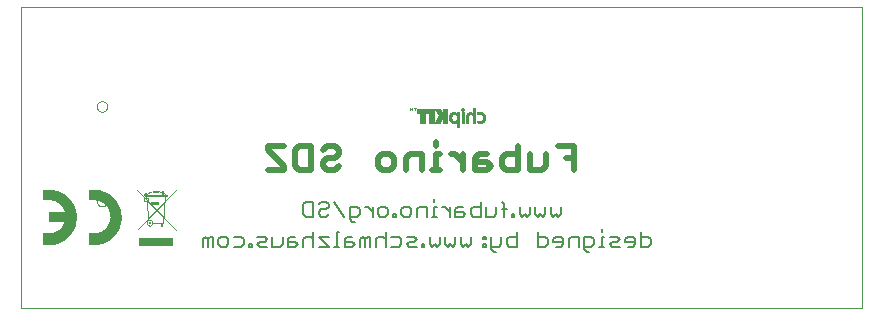
<source format=gbo>
G75*
%MOIN*%
%OFA0B0*%
%FSLAX24Y24*%
%IPPOS*%
%LPD*%
%AMOC8*
5,1,8,0,0,1.08239X$1,22.5*
%
%ADD10C,0.0000*%
%ADD11C,0.0060*%
%ADD12C,0.0200*%
%ADD13C,0.0010*%
%ADD14C,0.0039*%
%ADD15R,0.1157X0.0291*%
%ADD16C,0.0004*%
%ADD17C,0.0020*%
D10*
X004240Y017780D02*
X004240Y027820D01*
X032280Y027820D01*
X032280Y017780D01*
X004240Y017780D01*
X006763Y021364D02*
X006765Y021390D01*
X006771Y021416D01*
X006780Y021440D01*
X006793Y021463D01*
X006810Y021483D01*
X006829Y021501D01*
X006851Y021516D01*
X006874Y021527D01*
X006899Y021535D01*
X006925Y021539D01*
X006951Y021539D01*
X006977Y021535D01*
X007002Y021527D01*
X007026Y021516D01*
X007047Y021501D01*
X007066Y021483D01*
X007083Y021463D01*
X007096Y021440D01*
X007105Y021416D01*
X007111Y021390D01*
X007113Y021364D01*
X007111Y021338D01*
X007105Y021312D01*
X007096Y021288D01*
X007083Y021265D01*
X007066Y021245D01*
X007047Y021227D01*
X007025Y021212D01*
X007002Y021201D01*
X006977Y021193D01*
X006951Y021189D01*
X006925Y021189D01*
X006899Y021193D01*
X006874Y021201D01*
X006850Y021212D01*
X006829Y021227D01*
X006810Y021245D01*
X006793Y021265D01*
X006780Y021288D01*
X006771Y021312D01*
X006765Y021338D01*
X006763Y021364D01*
X006763Y024514D02*
X006765Y024540D01*
X006771Y024566D01*
X006780Y024590D01*
X006793Y024613D01*
X006810Y024633D01*
X006829Y024651D01*
X006851Y024666D01*
X006874Y024677D01*
X006899Y024685D01*
X006925Y024689D01*
X006951Y024689D01*
X006977Y024685D01*
X007002Y024677D01*
X007026Y024666D01*
X007047Y024651D01*
X007066Y024633D01*
X007083Y024613D01*
X007096Y024590D01*
X007105Y024566D01*
X007111Y024540D01*
X007113Y024514D01*
X007111Y024488D01*
X007105Y024462D01*
X007096Y024438D01*
X007083Y024415D01*
X007066Y024395D01*
X007047Y024377D01*
X007025Y024362D01*
X007002Y024351D01*
X006977Y024343D01*
X006951Y024339D01*
X006925Y024339D01*
X006899Y024343D01*
X006874Y024351D01*
X006850Y024362D01*
X006829Y024377D01*
X006810Y024395D01*
X006793Y024415D01*
X006780Y024438D01*
X006771Y024462D01*
X006765Y024488D01*
X006763Y024514D01*
D11*
X013646Y021247D02*
X013729Y021330D01*
X013979Y021330D01*
X013979Y020830D01*
X013729Y020830D01*
X013646Y020913D01*
X013646Y021247D01*
X014161Y021247D02*
X014245Y021330D01*
X014412Y021330D01*
X014495Y021247D01*
X014495Y021164D01*
X014412Y021080D01*
X014245Y021080D01*
X014161Y020997D01*
X014161Y020913D01*
X014245Y020830D01*
X014412Y020830D01*
X014495Y020913D01*
X014677Y021330D02*
X015011Y020830D01*
X015193Y020830D02*
X015443Y020830D01*
X015526Y020913D01*
X015526Y021080D01*
X015443Y021164D01*
X015193Y021164D01*
X015193Y020747D01*
X015276Y020663D01*
X015359Y020663D01*
X015706Y021164D02*
X015789Y021164D01*
X015956Y020997D01*
X015956Y020830D02*
X015956Y021164D01*
X016138Y021080D02*
X016221Y021164D01*
X016388Y021164D01*
X016472Y021080D01*
X016472Y020913D01*
X016388Y020830D01*
X016221Y020830D01*
X016138Y020913D01*
X016138Y021080D01*
X016646Y020913D02*
X016646Y020830D01*
X016729Y020830D01*
X016729Y020913D01*
X016646Y020913D01*
X016911Y020913D02*
X016911Y021080D01*
X016995Y021164D01*
X017162Y021164D01*
X017245Y021080D01*
X017245Y020913D01*
X017162Y020830D01*
X016995Y020830D01*
X016911Y020913D01*
X017427Y020830D02*
X017427Y021080D01*
X017510Y021164D01*
X017761Y021164D01*
X017761Y020830D01*
X017938Y020830D02*
X018104Y020830D01*
X018021Y020830D02*
X018021Y021164D01*
X018104Y021164D01*
X018284Y021164D02*
X018367Y021164D01*
X018534Y020997D01*
X018534Y020830D02*
X018534Y021164D01*
X018716Y021080D02*
X018716Y020830D01*
X018966Y020830D01*
X019050Y020913D01*
X018966Y020997D01*
X018716Y020997D01*
X018716Y021080D02*
X018800Y021164D01*
X018966Y021164D01*
X019232Y021080D02*
X019315Y021164D01*
X019565Y021164D01*
X019565Y021330D02*
X019565Y020830D01*
X019315Y020830D01*
X019232Y020913D01*
X019232Y021080D01*
X019747Y021164D02*
X019747Y020830D01*
X019998Y020830D01*
X020081Y020913D01*
X020081Y021164D01*
X020258Y021080D02*
X020425Y021080D01*
X020341Y021247D02*
X020258Y021330D01*
X020341Y021247D02*
X020341Y020830D01*
X020599Y020830D02*
X020683Y020830D01*
X020683Y020913D01*
X020599Y020913D01*
X020599Y020830D01*
X020865Y020913D02*
X020865Y021164D01*
X020865Y020913D02*
X020948Y020830D01*
X021031Y020913D01*
X021115Y020830D01*
X021198Y020913D01*
X021198Y021164D01*
X021380Y021164D02*
X021380Y020913D01*
X021464Y020830D01*
X021547Y020913D01*
X021630Y020830D01*
X021714Y020913D01*
X021714Y021164D01*
X021896Y021164D02*
X021896Y020913D01*
X021979Y020830D01*
X022063Y020913D01*
X022146Y020830D01*
X022230Y020913D01*
X022230Y021164D01*
X021458Y020330D02*
X021458Y019830D01*
X021709Y019830D01*
X021792Y019913D01*
X021792Y020080D01*
X021709Y020164D01*
X021458Y020164D01*
X021974Y020080D02*
X021974Y019997D01*
X022308Y019997D01*
X022308Y020080D02*
X022224Y020164D01*
X022057Y020164D01*
X021974Y020080D01*
X022057Y019830D02*
X022224Y019830D01*
X022308Y019913D01*
X022308Y020080D01*
X022490Y020080D02*
X022490Y019830D01*
X022490Y020080D02*
X022573Y020164D01*
X022823Y020164D01*
X022823Y019830D01*
X023005Y019830D02*
X023255Y019830D01*
X023339Y019913D01*
X023339Y020080D01*
X023255Y020164D01*
X023005Y020164D01*
X023005Y019747D01*
X023089Y019663D01*
X023172Y019663D01*
X023516Y019830D02*
X023683Y019830D01*
X023599Y019830D02*
X023599Y020164D01*
X023683Y020164D01*
X023865Y020164D02*
X024115Y020164D01*
X024198Y020080D01*
X024115Y019997D01*
X023948Y019997D01*
X023865Y019913D01*
X023948Y019830D01*
X024198Y019830D01*
X024380Y019997D02*
X024714Y019997D01*
X024714Y020080D02*
X024630Y020164D01*
X024464Y020164D01*
X024380Y020080D01*
X024380Y019997D01*
X024464Y019830D02*
X024630Y019830D01*
X024714Y019913D01*
X024714Y020080D01*
X024896Y020164D02*
X025146Y020164D01*
X025230Y020080D01*
X025230Y019913D01*
X025146Y019830D01*
X024896Y019830D01*
X024896Y020330D01*
X023599Y020330D02*
X023599Y020414D01*
X020761Y020330D02*
X020761Y019830D01*
X020510Y019830D01*
X020427Y019913D01*
X020427Y020080D01*
X020510Y020164D01*
X020761Y020164D01*
X020245Y020164D02*
X020245Y019913D01*
X020162Y019830D01*
X019911Y019830D01*
X019911Y019747D02*
X019995Y019663D01*
X020078Y019663D01*
X019911Y019747D02*
X019911Y020164D01*
X019729Y020164D02*
X019729Y020080D01*
X019646Y020080D01*
X019646Y020164D01*
X019729Y020164D01*
X019729Y019913D02*
X019729Y019830D01*
X019646Y019830D01*
X019646Y019913D01*
X019729Y019913D01*
X019230Y019913D02*
X019146Y019830D01*
X019063Y019913D01*
X018979Y019830D01*
X018896Y019913D01*
X018896Y020164D01*
X018714Y020164D02*
X018714Y019913D01*
X018630Y019830D01*
X018547Y019913D01*
X018464Y019830D01*
X018380Y019913D01*
X018380Y020164D01*
X018198Y020164D02*
X018198Y019913D01*
X018115Y019830D01*
X018031Y019913D01*
X017948Y019830D01*
X017865Y019913D01*
X017865Y020164D01*
X017683Y019913D02*
X017599Y019913D01*
X017599Y019830D01*
X017683Y019830D01*
X017683Y019913D01*
X017425Y019830D02*
X017175Y019830D01*
X017091Y019913D01*
X017175Y019997D01*
X017341Y019997D01*
X017425Y020080D01*
X017341Y020164D01*
X017091Y020164D01*
X016909Y020080D02*
X016909Y019913D01*
X016826Y019830D01*
X016576Y019830D01*
X016393Y019830D02*
X016393Y020330D01*
X016310Y020164D02*
X016143Y020164D01*
X016060Y020080D01*
X016060Y019830D01*
X015878Y019830D02*
X015878Y020164D01*
X015794Y020164D01*
X015711Y020080D01*
X015628Y020164D01*
X015544Y020080D01*
X015544Y019830D01*
X015711Y019830D02*
X015711Y020080D01*
X015362Y019913D02*
X015279Y019830D01*
X015029Y019830D01*
X015029Y020080D01*
X015112Y020164D01*
X015279Y020164D01*
X015279Y019997D02*
X015029Y019997D01*
X014847Y019830D02*
X014680Y019830D01*
X014763Y019830D02*
X014763Y020330D01*
X014847Y020330D01*
X014503Y020164D02*
X014169Y020164D01*
X014503Y019830D01*
X014169Y019830D01*
X013987Y019830D02*
X013987Y020330D01*
X013904Y020164D02*
X013737Y020164D01*
X013654Y020080D01*
X013654Y019830D01*
X013472Y019913D02*
X013388Y019997D01*
X013138Y019997D01*
X013138Y020080D02*
X013138Y019830D01*
X013388Y019830D01*
X013472Y019913D01*
X013388Y020164D02*
X013221Y020164D01*
X013138Y020080D01*
X012956Y020164D02*
X012956Y019913D01*
X012872Y019830D01*
X012622Y019830D01*
X012622Y020164D01*
X012440Y020080D02*
X012357Y020164D01*
X012107Y020164D01*
X012190Y019997D02*
X012357Y019997D01*
X012440Y020080D01*
X012440Y019830D02*
X012190Y019830D01*
X012107Y019913D01*
X012190Y019997D01*
X011925Y019913D02*
X011841Y019913D01*
X011841Y019830D01*
X011925Y019830D01*
X011925Y019913D01*
X011667Y019913D02*
X011583Y019830D01*
X011333Y019830D01*
X011151Y019913D02*
X011068Y019830D01*
X010901Y019830D01*
X010818Y019913D01*
X010818Y020080D01*
X010901Y020164D01*
X011068Y020164D01*
X011151Y020080D01*
X011151Y019913D01*
X011333Y020164D02*
X011583Y020164D01*
X011667Y020080D01*
X011667Y019913D01*
X010636Y019830D02*
X010636Y020164D01*
X010552Y020164D01*
X010469Y020080D01*
X010385Y020164D01*
X010302Y020080D01*
X010302Y019830D01*
X010469Y019830D02*
X010469Y020080D01*
X013904Y020164D02*
X013987Y020080D01*
X015279Y019997D02*
X015362Y019913D01*
X016310Y020164D02*
X016393Y020080D01*
X016576Y020164D02*
X016826Y020164D01*
X016909Y020080D01*
X019230Y020164D02*
X019230Y019913D01*
X018021Y021330D02*
X018021Y021414D01*
D12*
X018076Y022400D02*
X018076Y022934D01*
X018209Y022934D01*
X018076Y023201D02*
X018076Y023334D01*
X017595Y022934D02*
X017195Y022934D01*
X017061Y022800D01*
X017061Y022400D01*
X016674Y022533D02*
X016674Y022800D01*
X016541Y022934D01*
X016274Y022934D01*
X016141Y022800D01*
X016141Y022533D01*
X016274Y022400D01*
X016541Y022400D01*
X016674Y022533D01*
X017595Y022400D02*
X017595Y022934D01*
X017942Y022400D02*
X018209Y022400D01*
X018576Y022934D02*
X018709Y022934D01*
X018976Y022667D01*
X018976Y022400D02*
X018976Y022934D01*
X019363Y022800D02*
X019363Y022400D01*
X019764Y022400D01*
X019897Y022533D01*
X019764Y022667D01*
X019363Y022667D01*
X019363Y022800D02*
X019497Y022934D01*
X019764Y022934D01*
X020284Y022800D02*
X020284Y022533D01*
X020418Y022400D01*
X020818Y022400D01*
X020818Y023201D01*
X020818Y022934D02*
X020418Y022934D01*
X020284Y022800D01*
X021205Y022934D02*
X021205Y022400D01*
X021605Y022400D01*
X021739Y022533D01*
X021739Y022934D01*
X022126Y023201D02*
X022660Y023201D01*
X022660Y022400D01*
X022660Y022800D02*
X022393Y022800D01*
X014833Y022934D02*
X014699Y022800D01*
X014432Y022800D01*
X014299Y022667D01*
X014299Y022533D01*
X014432Y022400D01*
X014699Y022400D01*
X014833Y022533D01*
X014833Y022934D02*
X014833Y023067D01*
X014699Y023201D01*
X014432Y023201D01*
X014299Y023067D01*
X013912Y023201D02*
X013512Y023201D01*
X013378Y023067D01*
X013378Y022533D01*
X013512Y022400D01*
X013912Y022400D01*
X013912Y023201D01*
X012991Y023201D02*
X012457Y023201D01*
X012457Y023067D01*
X012991Y022533D01*
X012991Y022400D01*
X012457Y022400D01*
D13*
X007531Y021055D02*
X007515Y021106D01*
X007502Y021145D01*
X007488Y021183D01*
X007464Y021232D01*
X007448Y021265D01*
X007415Y021320D01*
X007395Y021348D01*
X007380Y021372D01*
X007364Y021393D01*
X007323Y021441D01*
X007299Y021466D01*
X007267Y021496D01*
X007240Y021519D01*
X007202Y021551D01*
X007151Y021588D01*
X007082Y021628D01*
X007002Y021667D01*
X006917Y021696D01*
X006834Y021718D01*
X006756Y021730D01*
X006667Y021738D01*
X006513Y021738D01*
X006513Y021421D01*
X007340Y021421D01*
X007347Y021413D02*
X006742Y021413D01*
X006765Y021409D02*
X006801Y021401D01*
X006836Y021391D01*
X006915Y021358D01*
X006982Y021317D01*
X007037Y021271D01*
X007082Y021226D01*
X007126Y021171D01*
X007157Y021116D01*
X007187Y021051D01*
X007210Y020980D01*
X007222Y020905D01*
X007224Y020830D01*
X007218Y020773D01*
X007204Y020704D01*
X007185Y020641D01*
X007153Y020572D01*
X007110Y020507D01*
X007063Y020452D01*
X007013Y020407D01*
X006958Y020372D01*
X006901Y020336D01*
X006858Y020317D01*
X006797Y020297D01*
X006742Y020285D01*
X006700Y020279D01*
X006513Y020279D01*
X006513Y019923D01*
X006671Y019923D01*
X006746Y019929D01*
X006819Y019941D01*
X006895Y019958D01*
X006958Y019978D01*
X007004Y019996D01*
X007057Y020019D01*
X007106Y020045D01*
X007167Y020084D01*
X007214Y020118D01*
X007260Y020157D01*
X007295Y020191D01*
X007340Y020240D01*
X007374Y020279D01*
X007405Y020326D01*
X007439Y020378D01*
X007474Y020444D01*
X007496Y020498D01*
X007515Y020555D01*
X007537Y020633D01*
X007549Y020694D01*
X007557Y020765D01*
X007559Y020822D01*
X007557Y020881D01*
X007555Y020907D01*
X007551Y020946D01*
X007545Y020990D01*
X007531Y021055D01*
X007531Y021056D02*
X007184Y021056D01*
X007181Y021064D02*
X007528Y021064D01*
X007526Y021073D02*
X007177Y021073D01*
X007173Y021081D02*
X007523Y021081D01*
X007520Y021090D02*
X007169Y021090D01*
X007165Y021098D02*
X007518Y021098D01*
X007515Y021107D02*
X007161Y021107D01*
X007157Y021115D02*
X007512Y021115D01*
X007509Y021124D02*
X007153Y021124D01*
X007148Y021132D02*
X007506Y021132D01*
X007503Y021141D02*
X007143Y021141D01*
X007138Y021149D02*
X007500Y021149D01*
X007497Y021158D02*
X007133Y021158D01*
X007128Y021166D02*
X007494Y021166D01*
X007491Y021175D02*
X007123Y021175D01*
X007116Y021183D02*
X007488Y021183D01*
X007484Y021192D02*
X007109Y021192D01*
X007103Y021200D02*
X007479Y021200D01*
X007475Y021209D02*
X007096Y021209D01*
X007089Y021217D02*
X007471Y021217D01*
X007467Y021226D02*
X007083Y021226D01*
X007074Y021234D02*
X007463Y021234D01*
X007459Y021243D02*
X007066Y021243D01*
X007057Y021251D02*
X007455Y021251D01*
X007451Y021260D02*
X007049Y021260D01*
X007040Y021268D02*
X007447Y021268D01*
X007442Y021277D02*
X007031Y021277D01*
X007020Y021285D02*
X007437Y021285D01*
X007431Y021294D02*
X007010Y021294D01*
X007000Y021302D02*
X007426Y021302D01*
X007421Y021311D02*
X006989Y021311D01*
X006978Y021319D02*
X007416Y021319D01*
X007410Y021328D02*
X006964Y021328D01*
X006950Y021336D02*
X007404Y021336D01*
X007398Y021345D02*
X006937Y021345D01*
X006923Y021353D02*
X007392Y021353D01*
X007386Y021362D02*
X006906Y021362D01*
X006886Y021370D02*
X007381Y021370D01*
X007375Y021379D02*
X006866Y021379D01*
X006846Y021387D02*
X007368Y021387D01*
X007362Y021396D02*
X006821Y021396D01*
X006788Y021404D02*
X007354Y021404D01*
X007332Y021430D02*
X006513Y021430D01*
X006513Y021438D02*
X007325Y021438D01*
X007317Y021447D02*
X006513Y021447D01*
X006513Y021455D02*
X007309Y021455D01*
X007301Y021464D02*
X006513Y021464D01*
X006513Y021472D02*
X007293Y021472D01*
X007283Y021481D02*
X006513Y021481D01*
X006513Y021489D02*
X007274Y021489D01*
X007265Y021498D02*
X006513Y021498D01*
X006513Y021506D02*
X007255Y021506D01*
X007245Y021515D02*
X006513Y021515D01*
X006513Y021523D02*
X007235Y021523D01*
X007225Y021532D02*
X006513Y021532D01*
X006513Y021540D02*
X007215Y021540D01*
X007205Y021549D02*
X006513Y021549D01*
X006513Y021557D02*
X007194Y021557D01*
X007182Y021566D02*
X006513Y021566D01*
X006513Y021574D02*
X007171Y021574D01*
X007159Y021583D02*
X006513Y021583D01*
X006513Y021591D02*
X007146Y021591D01*
X007131Y021600D02*
X006513Y021600D01*
X006513Y021608D02*
X007116Y021608D01*
X007102Y021617D02*
X006513Y021617D01*
X006513Y021625D02*
X007087Y021625D01*
X007070Y021634D02*
X006513Y021634D01*
X006513Y021642D02*
X007053Y021642D01*
X007035Y021651D02*
X006513Y021651D01*
X006513Y021659D02*
X007018Y021659D01*
X007000Y021668D02*
X006513Y021668D01*
X006513Y021676D02*
X006975Y021676D01*
X006951Y021685D02*
X006513Y021685D01*
X006513Y021693D02*
X006927Y021693D01*
X006897Y021702D02*
X006513Y021702D01*
X006513Y021710D02*
X006865Y021710D01*
X006831Y021719D02*
X006513Y021719D01*
X006513Y021727D02*
X006774Y021727D01*
X006692Y021736D02*
X006513Y021736D01*
X006513Y021421D02*
X006661Y021421D01*
X006714Y021417D01*
X006765Y021409D01*
X007188Y021047D02*
X007533Y021047D01*
X007535Y021039D02*
X007191Y021039D01*
X007194Y021030D02*
X007536Y021030D01*
X007538Y021022D02*
X007196Y021022D01*
X007199Y021013D02*
X007540Y021013D01*
X007542Y021005D02*
X007202Y021005D01*
X007205Y020996D02*
X007544Y020996D01*
X007545Y020988D02*
X007208Y020988D01*
X007210Y020979D02*
X007546Y020979D01*
X007548Y020971D02*
X007212Y020971D01*
X007213Y020962D02*
X007549Y020962D01*
X007550Y020954D02*
X007214Y020954D01*
X007216Y020945D02*
X007551Y020945D01*
X007552Y020937D02*
X007217Y020937D01*
X007218Y020928D02*
X007553Y020928D01*
X007554Y020920D02*
X007220Y020920D01*
X007221Y020911D02*
X007554Y020911D01*
X007555Y020903D02*
X007222Y020903D01*
X007222Y020894D02*
X007556Y020894D01*
X007556Y020886D02*
X007223Y020886D01*
X007223Y020877D02*
X007557Y020877D01*
X007557Y020869D02*
X007223Y020869D01*
X007223Y020860D02*
X007557Y020860D01*
X007558Y020852D02*
X007224Y020852D01*
X007224Y020843D02*
X007558Y020843D01*
X007558Y020835D02*
X007224Y020835D01*
X007224Y020826D02*
X007559Y020826D01*
X007559Y020818D02*
X007223Y020818D01*
X007222Y020809D02*
X007558Y020809D01*
X007558Y020801D02*
X007221Y020801D01*
X007220Y020792D02*
X007558Y020792D01*
X007557Y020784D02*
X007219Y020784D01*
X007218Y020775D02*
X007557Y020775D01*
X007557Y020767D02*
X007217Y020767D01*
X007215Y020758D02*
X007556Y020758D01*
X007555Y020750D02*
X007213Y020750D01*
X007212Y020741D02*
X007554Y020741D01*
X007553Y020733D02*
X007210Y020733D01*
X007208Y020724D02*
X007552Y020724D01*
X007551Y020716D02*
X007207Y020716D01*
X007205Y020707D02*
X007550Y020707D01*
X007549Y020699D02*
X007203Y020699D01*
X007200Y020690D02*
X007548Y020690D01*
X007546Y020682D02*
X007197Y020682D01*
X007195Y020673D02*
X007545Y020673D01*
X007543Y020665D02*
X007192Y020665D01*
X007189Y020656D02*
X007541Y020656D01*
X007540Y020648D02*
X007187Y020648D01*
X007184Y020639D02*
X007538Y020639D01*
X007536Y020631D02*
X007180Y020631D01*
X007176Y020622D02*
X007534Y020622D01*
X007532Y020614D02*
X007172Y020614D01*
X007168Y020605D02*
X007529Y020605D01*
X007527Y020597D02*
X007164Y020597D01*
X007160Y020588D02*
X007525Y020588D01*
X007522Y020580D02*
X007156Y020580D01*
X007152Y020571D02*
X007520Y020571D01*
X007518Y020563D02*
X007147Y020563D01*
X007141Y020554D02*
X007515Y020554D01*
X007512Y020546D02*
X007135Y020546D01*
X007130Y020537D02*
X007509Y020537D01*
X007506Y020529D02*
X007124Y020529D01*
X007118Y020520D02*
X007503Y020520D01*
X007501Y020512D02*
X007113Y020512D01*
X007106Y020503D02*
X007498Y020503D01*
X007494Y020495D02*
X007099Y020495D01*
X007092Y020486D02*
X007491Y020486D01*
X007488Y020478D02*
X007084Y020478D01*
X007077Y020469D02*
X007484Y020469D01*
X007481Y020461D02*
X007070Y020461D01*
X007062Y020452D02*
X007477Y020452D01*
X007474Y020444D02*
X007053Y020444D01*
X007044Y020435D02*
X007469Y020435D01*
X007465Y020427D02*
X007035Y020427D01*
X007025Y020418D02*
X007460Y020418D01*
X007456Y020410D02*
X007016Y020410D01*
X007004Y020401D02*
X007451Y020401D01*
X007447Y020393D02*
X006991Y020393D01*
X006978Y020384D02*
X007442Y020384D01*
X007437Y020376D02*
X006964Y020376D01*
X006951Y020367D02*
X007432Y020367D01*
X007426Y020359D02*
X006937Y020359D01*
X006924Y020350D02*
X007421Y020350D01*
X007415Y020342D02*
X006910Y020342D01*
X006894Y020333D02*
X007410Y020333D01*
X007404Y020325D02*
X006876Y020325D01*
X006857Y020316D02*
X007398Y020316D01*
X007393Y020308D02*
X006830Y020308D01*
X006804Y020299D02*
X007387Y020299D01*
X007381Y020291D02*
X006768Y020291D01*
X006721Y020282D02*
X007376Y020282D01*
X007369Y020274D02*
X006513Y020274D01*
X006513Y020265D02*
X007362Y020265D01*
X007355Y020257D02*
X006513Y020257D01*
X006513Y020248D02*
X007347Y020248D01*
X007340Y020240D02*
X006513Y020240D01*
X006513Y020231D02*
X007332Y020231D01*
X007324Y020223D02*
X006513Y020223D01*
X006513Y020214D02*
X007317Y020214D01*
X007309Y020206D02*
X006513Y020206D01*
X006513Y020197D02*
X007301Y020197D01*
X007293Y020189D02*
X006513Y020189D01*
X006513Y020180D02*
X007284Y020180D01*
X007275Y020172D02*
X006513Y020172D01*
X006513Y020163D02*
X007266Y020163D01*
X007257Y020155D02*
X006513Y020155D01*
X006513Y020146D02*
X007247Y020146D01*
X007237Y020138D02*
X006513Y020138D01*
X006513Y020129D02*
X007227Y020129D01*
X007218Y020121D02*
X006513Y020121D01*
X006513Y020112D02*
X007206Y020112D01*
X007194Y020104D02*
X006513Y020104D01*
X006513Y020095D02*
X007182Y020095D01*
X007170Y020087D02*
X006513Y020087D01*
X006513Y020078D02*
X007157Y020078D01*
X007144Y020070D02*
X006513Y020070D01*
X006513Y020061D02*
X007131Y020061D01*
X007118Y020053D02*
X006513Y020053D01*
X006513Y020044D02*
X007104Y020044D01*
X007088Y020036D02*
X006513Y020036D01*
X006513Y020027D02*
X007072Y020027D01*
X007055Y020019D02*
X006513Y020019D01*
X006513Y020010D02*
X007036Y020010D01*
X007017Y020002D02*
X006513Y020002D01*
X006513Y019993D02*
X006997Y019993D01*
X006975Y019985D02*
X006513Y019985D01*
X006513Y019976D02*
X006952Y019976D01*
X006925Y019968D02*
X006513Y019968D01*
X006513Y019959D02*
X006898Y019959D01*
X006862Y019951D02*
X006513Y019951D01*
X006513Y019942D02*
X006825Y019942D01*
X006775Y019934D02*
X006513Y019934D01*
X006513Y019925D02*
X006699Y019925D01*
X005945Y020381D02*
X005992Y020478D01*
X006033Y020600D01*
X006055Y020710D01*
X006063Y020822D01*
X006059Y020929D01*
X006041Y021033D01*
X006021Y021102D01*
X006000Y021163D01*
X005954Y021259D01*
X005909Y021336D01*
X005453Y021336D01*
X005465Y021328D02*
X005914Y021328D01*
X005909Y021336D02*
X005864Y021397D01*
X005799Y021470D01*
X005754Y021511D01*
X005708Y021549D01*
X005632Y021602D01*
X005555Y021643D01*
X005515Y021661D01*
X005476Y021677D01*
X005441Y021691D01*
X005380Y021708D01*
X005324Y021720D01*
X005258Y021730D01*
X005169Y021736D01*
X004978Y021736D01*
X004978Y021421D01*
X005843Y021421D01*
X005850Y021413D02*
X005250Y021413D01*
X005238Y021415D02*
X005297Y021403D01*
X005362Y021383D01*
X005435Y021348D01*
X005511Y021297D01*
X005565Y021250D01*
X005639Y021157D01*
X005695Y021045D01*
X005710Y020988D01*
X005177Y020988D01*
X005177Y020712D01*
X005712Y020712D01*
X005679Y020620D01*
X005649Y020563D01*
X005608Y020500D01*
X005513Y020403D01*
X005447Y020356D01*
X005372Y020320D01*
X005277Y020293D01*
X005222Y020283D01*
X005169Y020279D01*
X004980Y020279D01*
X004980Y019923D01*
X005169Y019923D01*
X005256Y019929D01*
X005338Y019943D01*
X005415Y019962D01*
X005500Y019990D01*
X005602Y020041D01*
X005702Y020104D01*
X005783Y020175D01*
X005844Y020240D01*
X005889Y020297D01*
X005945Y020381D01*
X005946Y020384D02*
X005486Y020384D01*
X005474Y020376D02*
X005941Y020376D01*
X005935Y020367D02*
X005462Y020367D01*
X005450Y020359D02*
X005930Y020359D01*
X005924Y020350D02*
X005434Y020350D01*
X005416Y020342D02*
X005919Y020342D01*
X005913Y020333D02*
X005398Y020333D01*
X005380Y020325D02*
X005907Y020325D01*
X005902Y020316D02*
X005357Y020316D01*
X005327Y020308D02*
X005896Y020308D01*
X005891Y020299D02*
X005298Y020299D01*
X005264Y020291D02*
X005884Y020291D01*
X005878Y020282D02*
X005209Y020282D01*
X004980Y020274D02*
X005871Y020274D01*
X005864Y020265D02*
X004980Y020265D01*
X004980Y020257D02*
X005857Y020257D01*
X005851Y020248D02*
X004980Y020248D01*
X004980Y020240D02*
X005844Y020240D01*
X005836Y020231D02*
X004980Y020231D01*
X004980Y020223D02*
X005828Y020223D01*
X005820Y020214D02*
X004980Y020214D01*
X004980Y020206D02*
X005812Y020206D01*
X005804Y020197D02*
X004980Y020197D01*
X004980Y020189D02*
X005796Y020189D01*
X005788Y020180D02*
X004980Y020180D01*
X004980Y020172D02*
X005779Y020172D01*
X005770Y020163D02*
X004980Y020163D01*
X004980Y020155D02*
X005760Y020155D01*
X005750Y020146D02*
X004980Y020146D01*
X004980Y020138D02*
X005741Y020138D01*
X005731Y020129D02*
X004980Y020129D01*
X004980Y020121D02*
X005721Y020121D01*
X005712Y020112D02*
X004980Y020112D01*
X004980Y020104D02*
X005702Y020104D01*
X005688Y020095D02*
X004980Y020095D01*
X004980Y020087D02*
X005675Y020087D01*
X005661Y020078D02*
X004980Y020078D01*
X004980Y020070D02*
X005648Y020070D01*
X005634Y020061D02*
X004980Y020061D01*
X004980Y020053D02*
X005621Y020053D01*
X005607Y020044D02*
X004980Y020044D01*
X004980Y020036D02*
X005591Y020036D01*
X005574Y020027D02*
X004980Y020027D01*
X004980Y020019D02*
X005557Y020019D01*
X005540Y020010D02*
X004980Y020010D01*
X004980Y020002D02*
X005523Y020002D01*
X005506Y019993D02*
X004980Y019993D01*
X004980Y019985D02*
X005484Y019985D01*
X005458Y019976D02*
X004980Y019976D01*
X004980Y019968D02*
X005431Y019968D01*
X005403Y019959D02*
X004980Y019959D01*
X004980Y019951D02*
X005370Y019951D01*
X005336Y019942D02*
X004980Y019942D01*
X004980Y019934D02*
X005285Y019934D01*
X005202Y019925D02*
X004980Y019925D01*
X005498Y020393D02*
X005950Y020393D01*
X005954Y020401D02*
X005511Y020401D01*
X005520Y020410D02*
X005958Y020410D01*
X005962Y020418D02*
X005528Y020418D01*
X005536Y020427D02*
X005967Y020427D01*
X005971Y020435D02*
X005545Y020435D01*
X005553Y020444D02*
X005975Y020444D01*
X005979Y020452D02*
X005561Y020452D01*
X005570Y020461D02*
X005983Y020461D01*
X005987Y020469D02*
X005578Y020469D01*
X005586Y020478D02*
X005992Y020478D01*
X005995Y020486D02*
X005595Y020486D01*
X005603Y020495D02*
X005997Y020495D01*
X006000Y020503D02*
X005610Y020503D01*
X005616Y020512D02*
X006003Y020512D01*
X006006Y020520D02*
X005621Y020520D01*
X005627Y020529D02*
X006009Y020529D01*
X006012Y020537D02*
X005633Y020537D01*
X005638Y020546D02*
X006015Y020546D01*
X006018Y020554D02*
X005644Y020554D01*
X005649Y020563D02*
X006020Y020563D01*
X006023Y020571D02*
X005654Y020571D01*
X005658Y020580D02*
X006026Y020580D01*
X006029Y020588D02*
X005662Y020588D01*
X005667Y020597D02*
X006032Y020597D01*
X006034Y020605D02*
X005671Y020605D01*
X005676Y020614D02*
X006036Y020614D01*
X006037Y020622D02*
X005680Y020622D01*
X005683Y020631D02*
X006039Y020631D01*
X006041Y020639D02*
X005686Y020639D01*
X005689Y020648D02*
X006042Y020648D01*
X006044Y020656D02*
X005692Y020656D01*
X005695Y020665D02*
X006046Y020665D01*
X006047Y020673D02*
X005698Y020673D01*
X005701Y020682D02*
X006049Y020682D01*
X006051Y020690D02*
X005704Y020690D01*
X005707Y020699D02*
X006053Y020699D01*
X006054Y020707D02*
X005710Y020707D01*
X005708Y020996D02*
X006047Y020996D01*
X006049Y020988D02*
X005177Y020988D01*
X005177Y020979D02*
X006050Y020979D01*
X006052Y020971D02*
X005177Y020971D01*
X005177Y020962D02*
X006053Y020962D01*
X006055Y020954D02*
X005177Y020954D01*
X005177Y020945D02*
X006056Y020945D01*
X006057Y020937D02*
X005177Y020937D01*
X005177Y020928D02*
X006059Y020928D01*
X006059Y020920D02*
X005177Y020920D01*
X005177Y020911D02*
X006059Y020911D01*
X006060Y020903D02*
X005177Y020903D01*
X005177Y020894D02*
X006060Y020894D01*
X006060Y020886D02*
X005177Y020886D01*
X005177Y020877D02*
X006061Y020877D01*
X006061Y020869D02*
X005177Y020869D01*
X005177Y020860D02*
X006061Y020860D01*
X006062Y020852D02*
X005177Y020852D01*
X005177Y020843D02*
X006062Y020843D01*
X006062Y020835D02*
X005177Y020835D01*
X005177Y020826D02*
X006063Y020826D01*
X006062Y020818D02*
X005177Y020818D01*
X005177Y020809D02*
X006062Y020809D01*
X006061Y020801D02*
X005177Y020801D01*
X005177Y020792D02*
X006061Y020792D01*
X006060Y020784D02*
X005177Y020784D01*
X005177Y020775D02*
X006059Y020775D01*
X006059Y020767D02*
X005177Y020767D01*
X005177Y020758D02*
X006058Y020758D01*
X006058Y020750D02*
X005177Y020750D01*
X005177Y020741D02*
X006057Y020741D01*
X006056Y020733D02*
X005177Y020733D01*
X005177Y020724D02*
X006056Y020724D01*
X006055Y020716D02*
X005177Y020716D01*
X005706Y021005D02*
X006046Y021005D01*
X006044Y021013D02*
X005703Y021013D01*
X005701Y021022D02*
X006043Y021022D01*
X006042Y021030D02*
X005699Y021030D01*
X005696Y021039D02*
X006039Y021039D01*
X006037Y021047D02*
X005693Y021047D01*
X005689Y021056D02*
X006035Y021056D01*
X006032Y021064D02*
X005685Y021064D01*
X005681Y021073D02*
X006030Y021073D01*
X006027Y021081D02*
X005677Y021081D01*
X005673Y021090D02*
X006025Y021090D01*
X006022Y021098D02*
X005668Y021098D01*
X005664Y021107D02*
X006020Y021107D01*
X006017Y021115D02*
X005660Y021115D01*
X005656Y021124D02*
X006014Y021124D01*
X006011Y021132D02*
X005652Y021132D01*
X005648Y021141D02*
X006008Y021141D01*
X006005Y021149D02*
X005643Y021149D01*
X005639Y021158D02*
X006002Y021158D01*
X005998Y021166D02*
X005632Y021166D01*
X005625Y021175D02*
X005994Y021175D01*
X005990Y021183D02*
X005618Y021183D01*
X005612Y021192D02*
X005986Y021192D01*
X005982Y021200D02*
X005605Y021200D01*
X005598Y021209D02*
X005978Y021209D01*
X005974Y021217D02*
X005591Y021217D01*
X005584Y021226D02*
X005970Y021226D01*
X005966Y021234D02*
X005577Y021234D01*
X005570Y021243D02*
X005962Y021243D01*
X005958Y021251D02*
X005563Y021251D01*
X005553Y021260D02*
X005954Y021260D01*
X005949Y021268D02*
X005544Y021268D01*
X005534Y021277D02*
X005944Y021277D01*
X005939Y021285D02*
X005525Y021285D01*
X005515Y021294D02*
X005934Y021294D01*
X005929Y021302D02*
X005504Y021302D01*
X005491Y021311D02*
X005924Y021311D01*
X005919Y021319D02*
X005478Y021319D01*
X005440Y021345D02*
X005903Y021345D01*
X005897Y021353D02*
X005424Y021353D01*
X005407Y021362D02*
X005890Y021362D01*
X005884Y021370D02*
X005389Y021370D01*
X005372Y021379D02*
X005878Y021379D01*
X005871Y021387D02*
X005350Y021387D01*
X005322Y021396D02*
X005865Y021396D01*
X005858Y021404D02*
X005292Y021404D01*
X005238Y021415D02*
X005161Y021421D01*
X004978Y021421D01*
X004978Y021430D02*
X005835Y021430D01*
X005827Y021438D02*
X004978Y021438D01*
X004978Y021447D02*
X005820Y021447D01*
X005812Y021455D02*
X004978Y021455D01*
X004978Y021464D02*
X005805Y021464D01*
X005797Y021472D02*
X004978Y021472D01*
X004978Y021481D02*
X005787Y021481D01*
X005778Y021489D02*
X004978Y021489D01*
X004978Y021498D02*
X005769Y021498D01*
X005759Y021506D02*
X004978Y021506D01*
X004978Y021515D02*
X005750Y021515D01*
X005739Y021523D02*
X004978Y021523D01*
X004978Y021532D02*
X005729Y021532D01*
X005719Y021540D02*
X004978Y021540D01*
X004978Y021549D02*
X005709Y021549D01*
X005696Y021557D02*
X004978Y021557D01*
X004978Y021566D02*
X005684Y021566D01*
X005672Y021574D02*
X004978Y021574D01*
X004978Y021583D02*
X005660Y021583D01*
X005647Y021591D02*
X004978Y021591D01*
X004978Y021600D02*
X005635Y021600D01*
X005620Y021608D02*
X004978Y021608D01*
X004978Y021617D02*
X005604Y021617D01*
X005589Y021625D02*
X004978Y021625D01*
X004978Y021634D02*
X005573Y021634D01*
X005557Y021642D02*
X004978Y021642D01*
X004978Y021651D02*
X005539Y021651D01*
X005520Y021659D02*
X004978Y021659D01*
X004978Y021668D02*
X005499Y021668D01*
X005478Y021676D02*
X004978Y021676D01*
X004978Y021685D02*
X005456Y021685D01*
X005432Y021693D02*
X004978Y021693D01*
X004978Y021702D02*
X005403Y021702D01*
X005371Y021710D02*
X004978Y021710D01*
X004978Y021719D02*
X005331Y021719D01*
X005277Y021727D02*
X004978Y021727D01*
X004978Y021736D02*
X005172Y021736D01*
D14*
X008110Y021740D02*
X009410Y020401D01*
X008949Y020519D02*
X008949Y020614D01*
X008969Y020618D02*
X008917Y020618D01*
X008917Y020531D01*
X008890Y020519D02*
X008890Y020618D01*
X008917Y020618D01*
X008890Y020618D02*
X008618Y020618D01*
X008622Y020622D02*
X008606Y020586D01*
X008587Y020563D01*
X008559Y020547D01*
X008524Y020543D01*
X008484Y020551D01*
X008457Y020570D01*
X008437Y020602D01*
X008433Y020637D01*
X008437Y020673D01*
X008453Y020700D01*
X008476Y020716D01*
X008484Y020728D02*
X008520Y020732D01*
X008559Y020728D01*
X008598Y020704D01*
X008610Y020681D01*
X008622Y020653D01*
X008622Y020622D01*
X008551Y020633D02*
X008551Y020645D01*
X008543Y020657D01*
X008532Y020661D01*
X008528Y020641D01*
X008524Y020661D02*
X008512Y020657D01*
X008504Y020645D01*
X008504Y020630D01*
X008512Y020618D01*
X008524Y020614D01*
X008535Y020614D01*
X008547Y020622D01*
X008551Y020633D01*
X008484Y020728D02*
X008429Y021358D01*
X008343Y021358D01*
X008343Y021472D01*
X008417Y021472D01*
X008457Y021472D01*
X008457Y021358D01*
X008429Y021358D01*
X008417Y021472D02*
X008417Y021543D01*
X008433Y021586D01*
X008461Y021622D01*
X008488Y021645D01*
X008524Y021661D01*
X008575Y021673D01*
X008622Y021681D01*
X008626Y021653D02*
X008626Y021712D01*
X008799Y021712D01*
X008799Y021665D01*
X008803Y021653D02*
X008626Y021653D01*
X008803Y021653D02*
X008803Y021681D01*
X008827Y021681D01*
X008858Y021677D01*
X008894Y021673D01*
X008941Y021657D01*
X008980Y021641D01*
X009012Y021618D01*
X009035Y021586D01*
X009047Y021535D01*
X008969Y020618D01*
X008949Y020519D02*
X008890Y020519D01*
X008150Y020441D02*
X009410Y021740D01*
X009110Y021555D02*
X009110Y021531D01*
X008386Y021527D01*
X008386Y021551D01*
X009110Y021555D01*
X008976Y021559D02*
X008976Y021681D01*
X008976Y021685D02*
X008945Y021685D01*
X008945Y021559D01*
X008976Y021559D01*
X008803Y021322D02*
X008803Y021287D01*
X008602Y021287D01*
X008583Y021252D02*
X008583Y021322D01*
X008803Y021322D01*
X008803Y021287D02*
X008803Y021252D01*
X008583Y021252D01*
X008402Y021551D02*
X008406Y021567D01*
X008382Y021582D01*
X008386Y021551D02*
X008402Y021551D01*
X008386Y021551D02*
X008378Y021551D01*
X008358Y021559D01*
X008350Y021567D01*
X008347Y021582D01*
X008350Y021602D01*
X008362Y021614D01*
X008374Y021618D01*
X008394Y021618D01*
X008410Y021606D01*
X008417Y021590D01*
D15*
X008724Y019992D03*
D16*
X017551Y023969D02*
X017551Y024308D01*
X017448Y024308D01*
X017448Y024442D01*
X017803Y024442D01*
X017803Y024308D01*
X017700Y024308D01*
X017700Y023969D01*
X017551Y023969D01*
X017551Y023971D02*
X017700Y023971D01*
X017700Y023974D02*
X017551Y023974D01*
X017551Y023976D02*
X017700Y023976D01*
X017700Y023978D02*
X017551Y023978D01*
X017551Y023981D02*
X017700Y023981D01*
X017700Y023983D02*
X017551Y023983D01*
X017551Y023986D02*
X017700Y023986D01*
X017700Y023988D02*
X017551Y023988D01*
X017551Y023991D02*
X017700Y023991D01*
X017700Y023993D02*
X017551Y023993D01*
X017551Y023995D02*
X017700Y023995D01*
X017700Y023998D02*
X017551Y023998D01*
X017551Y024000D02*
X017700Y024000D01*
X017700Y024003D02*
X017551Y024003D01*
X017551Y024005D02*
X017700Y024005D01*
X017700Y024008D02*
X017551Y024008D01*
X017551Y024010D02*
X017700Y024010D01*
X017700Y024013D02*
X017551Y024013D01*
X017551Y024015D02*
X017700Y024015D01*
X017700Y024017D02*
X017551Y024017D01*
X017551Y024020D02*
X017700Y024020D01*
X017700Y024022D02*
X017551Y024022D01*
X017551Y024025D02*
X017700Y024025D01*
X017700Y024027D02*
X017551Y024027D01*
X017551Y024030D02*
X017700Y024030D01*
X017700Y024032D02*
X017551Y024032D01*
X017551Y024034D02*
X017700Y024034D01*
X017700Y024037D02*
X017551Y024037D01*
X017551Y024039D02*
X017700Y024039D01*
X017700Y024042D02*
X017551Y024042D01*
X017551Y024044D02*
X017700Y024044D01*
X017700Y024047D02*
X017551Y024047D01*
X017551Y024049D02*
X017700Y024049D01*
X017700Y024052D02*
X017551Y024052D01*
X017551Y024054D02*
X017700Y024054D01*
X017700Y024056D02*
X017551Y024056D01*
X017551Y024059D02*
X017700Y024059D01*
X017700Y024061D02*
X017551Y024061D01*
X017551Y024064D02*
X017700Y024064D01*
X017700Y024066D02*
X017551Y024066D01*
X017551Y024069D02*
X017700Y024069D01*
X017700Y024071D02*
X017551Y024071D01*
X017551Y024073D02*
X017700Y024073D01*
X017700Y024076D02*
X017551Y024076D01*
X017551Y024078D02*
X017700Y024078D01*
X017700Y024081D02*
X017551Y024081D01*
X017551Y024083D02*
X017700Y024083D01*
X017700Y024086D02*
X017551Y024086D01*
X017551Y024088D02*
X017700Y024088D01*
X017700Y024091D02*
X017551Y024091D01*
X017551Y024093D02*
X017700Y024093D01*
X017700Y024095D02*
X017551Y024095D01*
X017551Y024098D02*
X017700Y024098D01*
X017700Y024100D02*
X017551Y024100D01*
X017551Y024103D02*
X017700Y024103D01*
X017700Y024105D02*
X017551Y024105D01*
X017551Y024108D02*
X017700Y024108D01*
X017700Y024110D02*
X017551Y024110D01*
X017551Y024112D02*
X017700Y024112D01*
X017700Y024115D02*
X017551Y024115D01*
X017551Y024117D02*
X017700Y024117D01*
X017700Y024120D02*
X017551Y024120D01*
X017551Y024122D02*
X017700Y024122D01*
X017700Y024125D02*
X017551Y024125D01*
X017551Y024127D02*
X017700Y024127D01*
X017700Y024130D02*
X017551Y024130D01*
X017551Y024132D02*
X017700Y024132D01*
X017700Y024134D02*
X017551Y024134D01*
X017551Y024137D02*
X017700Y024137D01*
X017700Y024139D02*
X017551Y024139D01*
X017551Y024142D02*
X017700Y024142D01*
X017700Y024144D02*
X017551Y024144D01*
X017551Y024147D02*
X017700Y024147D01*
X017700Y024149D02*
X017551Y024149D01*
X017551Y024151D02*
X017700Y024151D01*
X017700Y024154D02*
X017551Y024154D01*
X017551Y024156D02*
X017700Y024156D01*
X017700Y024159D02*
X017551Y024159D01*
X017551Y024161D02*
X017700Y024161D01*
X017700Y024164D02*
X017551Y024164D01*
X017551Y024166D02*
X017700Y024166D01*
X017700Y024169D02*
X017551Y024169D01*
X017551Y024171D02*
X017700Y024171D01*
X017700Y024173D02*
X017551Y024173D01*
X017551Y024176D02*
X017700Y024176D01*
X017700Y024178D02*
X017551Y024178D01*
X017551Y024181D02*
X017700Y024181D01*
X017700Y024183D02*
X017551Y024183D01*
X017551Y024186D02*
X017700Y024186D01*
X017700Y024188D02*
X017551Y024188D01*
X017551Y024190D02*
X017700Y024190D01*
X017700Y024193D02*
X017551Y024193D01*
X017551Y024195D02*
X017700Y024195D01*
X017700Y024198D02*
X017551Y024198D01*
X017551Y024200D02*
X017700Y024200D01*
X017700Y024203D02*
X017551Y024203D01*
X017551Y024205D02*
X017700Y024205D01*
X017700Y024208D02*
X017551Y024208D01*
X017551Y024210D02*
X017700Y024210D01*
X017700Y024212D02*
X017551Y024212D01*
X017551Y024215D02*
X017700Y024215D01*
X017700Y024217D02*
X017551Y024217D01*
X017551Y024220D02*
X017700Y024220D01*
X017700Y024222D02*
X017551Y024222D01*
X017551Y024225D02*
X017700Y024225D01*
X017700Y024227D02*
X017551Y024227D01*
X017551Y024229D02*
X017700Y024229D01*
X017700Y024232D02*
X017551Y024232D01*
X017551Y024234D02*
X017700Y024234D01*
X017700Y024237D02*
X017551Y024237D01*
X017551Y024239D02*
X017700Y024239D01*
X017700Y024242D02*
X017551Y024242D01*
X017551Y024244D02*
X017700Y024244D01*
X017700Y024247D02*
X017551Y024247D01*
X017551Y024249D02*
X017700Y024249D01*
X017700Y024251D02*
X017551Y024251D01*
X017551Y024254D02*
X017700Y024254D01*
X017700Y024256D02*
X017551Y024256D01*
X017551Y024259D02*
X017700Y024259D01*
X017700Y024261D02*
X017551Y024261D01*
X017551Y024264D02*
X017700Y024264D01*
X017700Y024266D02*
X017551Y024266D01*
X017551Y024268D02*
X017700Y024268D01*
X017700Y024271D02*
X017551Y024271D01*
X017551Y024273D02*
X017700Y024273D01*
X017700Y024276D02*
X017551Y024276D01*
X017551Y024278D02*
X017700Y024278D01*
X017700Y024281D02*
X017551Y024281D01*
X017551Y024283D02*
X017700Y024283D01*
X017700Y024286D02*
X017551Y024286D01*
X017551Y024288D02*
X017700Y024288D01*
X017700Y024290D02*
X017551Y024290D01*
X017551Y024293D02*
X017700Y024293D01*
X017700Y024295D02*
X017551Y024295D01*
X017551Y024298D02*
X017700Y024298D01*
X017700Y024300D02*
X017551Y024300D01*
X017551Y024303D02*
X017700Y024303D01*
X017700Y024305D02*
X017551Y024305D01*
X017551Y024307D02*
X017700Y024307D01*
X017803Y024310D02*
X017448Y024310D01*
X017448Y024312D02*
X017803Y024312D01*
X017803Y024315D02*
X017448Y024315D01*
X017448Y024317D02*
X017803Y024317D01*
X017803Y024320D02*
X017448Y024320D01*
X017448Y024322D02*
X017803Y024322D01*
X017803Y024325D02*
X017448Y024325D01*
X017448Y024327D02*
X017803Y024327D01*
X017803Y024329D02*
X017448Y024329D01*
X017448Y024332D02*
X017803Y024332D01*
X017803Y024334D02*
X017448Y024334D01*
X017448Y024337D02*
X017803Y024337D01*
X017803Y024339D02*
X017448Y024339D01*
X017448Y024342D02*
X017803Y024342D01*
X017803Y024344D02*
X017448Y024344D01*
X017448Y024346D02*
X017803Y024346D01*
X017803Y024349D02*
X017448Y024349D01*
X017448Y024351D02*
X017803Y024351D01*
X017803Y024354D02*
X017448Y024354D01*
X017448Y024356D02*
X017803Y024356D01*
X017803Y024359D02*
X017448Y024359D01*
X017448Y024361D02*
X017803Y024361D01*
X017803Y024364D02*
X017448Y024364D01*
X017448Y024366D02*
X017803Y024366D01*
X017803Y024368D02*
X017448Y024368D01*
X017448Y024371D02*
X017803Y024371D01*
X017803Y024373D02*
X017448Y024373D01*
X017448Y024376D02*
X017803Y024376D01*
X017803Y024378D02*
X017448Y024378D01*
X017448Y024381D02*
X017803Y024381D01*
X017803Y024383D02*
X017448Y024383D01*
X017448Y024385D02*
X017803Y024385D01*
X017803Y024388D02*
X017448Y024388D01*
X017448Y024390D02*
X017803Y024390D01*
X017803Y024393D02*
X017448Y024393D01*
X017448Y024395D02*
X017803Y024395D01*
X017803Y024398D02*
X017448Y024398D01*
X017448Y024400D02*
X017803Y024400D01*
X017803Y024403D02*
X017448Y024403D01*
X017448Y024405D02*
X017803Y024405D01*
X017803Y024407D02*
X017448Y024407D01*
X017448Y024410D02*
X017803Y024410D01*
X017803Y024412D02*
X017448Y024412D01*
X017448Y024415D02*
X017803Y024415D01*
X017803Y024417D02*
X017448Y024417D01*
X017448Y024420D02*
X017803Y024420D01*
X017803Y024422D02*
X017448Y024422D01*
X017448Y024424D02*
X017803Y024424D01*
X017803Y024427D02*
X017448Y024427D01*
X017448Y024429D02*
X017803Y024429D01*
X017803Y024432D02*
X017448Y024432D01*
X017448Y024434D02*
X017803Y024434D01*
X017803Y024437D02*
X017448Y024437D01*
X017448Y024439D02*
X017803Y024439D01*
X017803Y024442D02*
X017448Y024442D01*
X017850Y024442D02*
X017992Y024442D01*
X017850Y024442D01*
X017850Y023969D01*
X017992Y023969D01*
X017992Y024442D01*
X017992Y024439D02*
X017850Y024439D01*
X017850Y024437D02*
X017992Y024437D01*
X017992Y024434D02*
X017850Y024434D01*
X017850Y024432D02*
X017992Y024432D01*
X017992Y024429D02*
X017850Y024429D01*
X017850Y024427D02*
X017992Y024427D01*
X017992Y024424D02*
X017850Y024424D01*
X017850Y024422D02*
X017992Y024422D01*
X017992Y024420D02*
X017850Y024420D01*
X017850Y024417D02*
X017992Y024417D01*
X017992Y024415D02*
X017850Y024415D01*
X017850Y024412D02*
X017992Y024412D01*
X017992Y024410D02*
X017850Y024410D01*
X017850Y024407D02*
X017992Y024407D01*
X017992Y024405D02*
X017850Y024405D01*
X017850Y024403D02*
X017992Y024403D01*
X017992Y024400D02*
X017850Y024400D01*
X017850Y024398D02*
X017992Y024398D01*
X017992Y024395D02*
X017850Y024395D01*
X017850Y024393D02*
X017992Y024393D01*
X017992Y024390D02*
X017850Y024390D01*
X017850Y024388D02*
X017992Y024388D01*
X017992Y024385D02*
X017850Y024385D01*
X017850Y024383D02*
X017992Y024383D01*
X017992Y024381D02*
X017850Y024381D01*
X017850Y024378D02*
X017992Y024378D01*
X017992Y024376D02*
X017850Y024376D01*
X017850Y024373D02*
X017992Y024373D01*
X017992Y024371D02*
X017850Y024371D01*
X017850Y024368D02*
X017992Y024368D01*
X017992Y024366D02*
X017850Y024366D01*
X017850Y024364D02*
X017992Y024364D01*
X017992Y024361D02*
X017850Y024361D01*
X017850Y024359D02*
X017992Y024359D01*
X017992Y024356D02*
X017850Y024356D01*
X017850Y024354D02*
X017992Y024354D01*
X017992Y024351D02*
X017850Y024351D01*
X017850Y024349D02*
X017992Y024349D01*
X017992Y024346D02*
X017850Y024346D01*
X017850Y024344D02*
X017992Y024344D01*
X017992Y024342D02*
X017850Y024342D01*
X017850Y024339D02*
X017992Y024339D01*
X017992Y024337D02*
X017850Y024337D01*
X017850Y024334D02*
X017992Y024334D01*
X017992Y024332D02*
X017850Y024332D01*
X017850Y024329D02*
X017992Y024329D01*
X017992Y024327D02*
X017850Y024327D01*
X017850Y024325D02*
X017992Y024325D01*
X017992Y024322D02*
X017850Y024322D01*
X017850Y024320D02*
X017992Y024320D01*
X017992Y024317D02*
X017850Y024317D01*
X017850Y024315D02*
X017992Y024315D01*
X017992Y024312D02*
X017850Y024312D01*
X017850Y024310D02*
X017992Y024310D01*
X017992Y024307D02*
X017850Y024307D01*
X017850Y024305D02*
X017992Y024305D01*
X017992Y024303D02*
X017850Y024303D01*
X017850Y024300D02*
X017992Y024300D01*
X017992Y024298D02*
X017850Y024298D01*
X017850Y024295D02*
X017992Y024295D01*
X017992Y024293D02*
X017850Y024293D01*
X017850Y024290D02*
X017992Y024290D01*
X017992Y024288D02*
X017850Y024288D01*
X017850Y024286D02*
X017992Y024286D01*
X017992Y024283D02*
X017850Y024283D01*
X017850Y024281D02*
X017992Y024281D01*
X017992Y024278D02*
X017850Y024278D01*
X017850Y024276D02*
X017992Y024276D01*
X017992Y024273D02*
X017850Y024273D01*
X017850Y024271D02*
X017992Y024271D01*
X017992Y024268D02*
X017850Y024268D01*
X017850Y024266D02*
X017992Y024266D01*
X017992Y024264D02*
X017850Y024264D01*
X017850Y024261D02*
X017992Y024261D01*
X017992Y024259D02*
X017850Y024259D01*
X017850Y024256D02*
X017992Y024256D01*
X017992Y024254D02*
X017850Y024254D01*
X017850Y024251D02*
X017992Y024251D01*
X017992Y024249D02*
X017850Y024249D01*
X017850Y024247D02*
X017992Y024247D01*
X017992Y024244D02*
X017850Y024244D01*
X017850Y024242D02*
X017992Y024242D01*
X017992Y024239D02*
X017850Y024239D01*
X017850Y024237D02*
X017992Y024237D01*
X017992Y024234D02*
X017850Y024234D01*
X017850Y024232D02*
X017992Y024232D01*
X017992Y024229D02*
X017850Y024229D01*
X017850Y024227D02*
X017992Y024227D01*
X017992Y024225D02*
X017850Y024225D01*
X017850Y024222D02*
X017992Y024222D01*
X017992Y024220D02*
X017850Y024220D01*
X017850Y024217D02*
X017992Y024217D01*
X017992Y024215D02*
X017850Y024215D01*
X017850Y024212D02*
X017992Y024212D01*
X017992Y024210D02*
X017850Y024210D01*
X017850Y024208D02*
X017992Y024208D01*
X017992Y024205D02*
X017850Y024205D01*
X017850Y024203D02*
X017992Y024203D01*
X017992Y024200D02*
X017850Y024200D01*
X017850Y024198D02*
X017992Y024198D01*
X017992Y024195D02*
X017850Y024195D01*
X017850Y024193D02*
X017992Y024193D01*
X017992Y024190D02*
X017850Y024190D01*
X017850Y024188D02*
X017992Y024188D01*
X017992Y024186D02*
X017850Y024186D01*
X017850Y024183D02*
X017992Y024183D01*
X017992Y024181D02*
X017850Y024181D01*
X017850Y024178D02*
X017992Y024178D01*
X017992Y024176D02*
X017850Y024176D01*
X017850Y024173D02*
X017992Y024173D01*
X017992Y024171D02*
X017850Y024171D01*
X017850Y024169D02*
X017992Y024169D01*
X017992Y024166D02*
X017850Y024166D01*
X017850Y024164D02*
X017992Y024164D01*
X017992Y024161D02*
X017850Y024161D01*
X017850Y024159D02*
X017992Y024159D01*
X017992Y024156D02*
X017850Y024156D01*
X017850Y024154D02*
X017992Y024154D01*
X017992Y024151D02*
X017850Y024151D01*
X017850Y024149D02*
X017992Y024149D01*
X017992Y024147D02*
X017850Y024147D01*
X017850Y024144D02*
X017992Y024144D01*
X017992Y024142D02*
X017850Y024142D01*
X017850Y024139D02*
X017992Y024139D01*
X017992Y024137D02*
X017850Y024137D01*
X017850Y024134D02*
X017992Y024134D01*
X017992Y024132D02*
X017850Y024132D01*
X017850Y024130D02*
X017992Y024130D01*
X017992Y024127D02*
X017850Y024127D01*
X017850Y024125D02*
X017992Y024125D01*
X017992Y024122D02*
X017850Y024122D01*
X017850Y024120D02*
X017992Y024120D01*
X017992Y024117D02*
X017850Y024117D01*
X017850Y024115D02*
X017992Y024115D01*
X017992Y024112D02*
X017850Y024112D01*
X017850Y024110D02*
X017992Y024110D01*
X017992Y024108D02*
X017850Y024108D01*
X017850Y024105D02*
X017992Y024105D01*
X017992Y024103D02*
X017850Y024103D01*
X017850Y024100D02*
X017992Y024100D01*
X017992Y024098D02*
X017850Y024098D01*
X017850Y024095D02*
X017992Y024095D01*
X017992Y024093D02*
X017850Y024093D01*
X017850Y024091D02*
X017992Y024091D01*
X017992Y024088D02*
X017850Y024088D01*
X017850Y024086D02*
X017992Y024086D01*
X017992Y024083D02*
X017850Y024083D01*
X017850Y024081D02*
X017992Y024081D01*
X017992Y024078D02*
X017850Y024078D01*
X017850Y024076D02*
X017992Y024076D01*
X017992Y024073D02*
X017850Y024073D01*
X017850Y024071D02*
X017992Y024071D01*
X017992Y024069D02*
X017850Y024069D01*
X017850Y024066D02*
X017992Y024066D01*
X017992Y024064D02*
X017850Y024064D01*
X017850Y024061D02*
X017992Y024061D01*
X017992Y024059D02*
X017850Y024059D01*
X017850Y024056D02*
X017992Y024056D01*
X017992Y024054D02*
X017850Y024054D01*
X017850Y024052D02*
X017992Y024052D01*
X017992Y024049D02*
X017850Y024049D01*
X017850Y024047D02*
X017992Y024047D01*
X017992Y024044D02*
X017850Y024044D01*
X017850Y024042D02*
X017992Y024042D01*
X017992Y024039D02*
X017850Y024039D01*
X017850Y024037D02*
X017992Y024037D01*
X017992Y024034D02*
X017850Y024034D01*
X017850Y024032D02*
X017992Y024032D01*
X017992Y024030D02*
X017850Y024030D01*
X017850Y024027D02*
X017992Y024027D01*
X017992Y024025D02*
X017850Y024025D01*
X017850Y024022D02*
X017992Y024022D01*
X017992Y024020D02*
X017850Y024020D01*
X017850Y024017D02*
X017992Y024017D01*
X017992Y024015D02*
X017850Y024015D01*
X017850Y024013D02*
X017992Y024013D01*
X017992Y024010D02*
X017850Y024010D01*
X017850Y024008D02*
X017992Y024008D01*
X017992Y024005D02*
X017850Y024005D01*
X017850Y024003D02*
X017992Y024003D01*
X017992Y024000D02*
X017850Y024000D01*
X017850Y023998D02*
X017992Y023998D01*
X017992Y023995D02*
X017850Y023995D01*
X017850Y023993D02*
X017992Y023993D01*
X017992Y023991D02*
X017850Y023991D01*
X017850Y023988D02*
X017992Y023988D01*
X017992Y023986D02*
X017850Y023986D01*
X017850Y023983D02*
X017992Y023983D01*
X017992Y023981D02*
X017850Y023981D01*
X017850Y023978D02*
X017992Y023978D01*
X017992Y023976D02*
X017850Y023976D01*
X017850Y023974D02*
X017992Y023974D01*
X017992Y023971D02*
X017850Y023971D01*
X018035Y023969D02*
X018157Y024213D01*
X018157Y024245D01*
X018035Y024442D01*
X018189Y024442D01*
X018307Y024249D01*
X018448Y024249D01*
X018448Y024251D02*
X018307Y024251D01*
X018305Y024251D02*
X018153Y024251D01*
X018155Y024249D02*
X018307Y024249D01*
X018307Y024209D01*
X018197Y023969D01*
X018035Y023969D01*
X018036Y023971D02*
X018197Y023971D01*
X018198Y023974D02*
X018037Y023974D01*
X018038Y023976D02*
X018200Y023976D01*
X018201Y023978D02*
X018040Y023978D01*
X018041Y023981D02*
X018202Y023981D01*
X018203Y023983D02*
X018042Y023983D01*
X018043Y023986D02*
X018204Y023986D01*
X018205Y023988D02*
X018045Y023988D01*
X018046Y023991D02*
X018206Y023991D01*
X018207Y023993D02*
X018047Y023993D01*
X018048Y023995D02*
X018209Y023995D01*
X018210Y023998D02*
X018049Y023998D01*
X018051Y024000D02*
X018211Y024000D01*
X018212Y024003D02*
X018052Y024003D01*
X018053Y024005D02*
X018213Y024005D01*
X018214Y024008D02*
X018054Y024008D01*
X018056Y024010D02*
X018215Y024010D01*
X018216Y024013D02*
X018057Y024013D01*
X018058Y024015D02*
X018218Y024015D01*
X018219Y024017D02*
X018059Y024017D01*
X018060Y024020D02*
X018220Y024020D01*
X018221Y024022D02*
X018062Y024022D01*
X018063Y024025D02*
X018222Y024025D01*
X018223Y024027D02*
X018064Y024027D01*
X018065Y024030D02*
X018224Y024030D01*
X018225Y024032D02*
X018066Y024032D01*
X018068Y024034D02*
X018226Y024034D01*
X018228Y024037D02*
X018069Y024037D01*
X018070Y024039D02*
X018229Y024039D01*
X018230Y024042D02*
X018071Y024042D01*
X018073Y024044D02*
X018231Y024044D01*
X018232Y024047D02*
X018074Y024047D01*
X018075Y024049D02*
X018233Y024049D01*
X018234Y024052D02*
X018076Y024052D01*
X018077Y024054D02*
X018235Y024054D01*
X018237Y024056D02*
X018079Y024056D01*
X018080Y024059D02*
X018238Y024059D01*
X018239Y024061D02*
X018081Y024061D01*
X018082Y024064D02*
X018240Y024064D01*
X018241Y024066D02*
X018084Y024066D01*
X018085Y024069D02*
X018242Y024069D01*
X018243Y024071D02*
X018086Y024071D01*
X018087Y024073D02*
X018244Y024073D01*
X018245Y024076D02*
X018088Y024076D01*
X018090Y024078D02*
X018247Y024078D01*
X018248Y024081D02*
X018091Y024081D01*
X018092Y024083D02*
X018249Y024083D01*
X018250Y024086D02*
X018093Y024086D01*
X018095Y024088D02*
X018251Y024088D01*
X018252Y024091D02*
X018096Y024091D01*
X018097Y024093D02*
X018253Y024093D01*
X018254Y024095D02*
X018098Y024095D01*
X018099Y024098D02*
X018256Y024098D01*
X018257Y024100D02*
X018101Y024100D01*
X018102Y024103D02*
X018258Y024103D01*
X018259Y024105D02*
X018103Y024105D01*
X018104Y024108D02*
X018260Y024108D01*
X018261Y024110D02*
X018105Y024110D01*
X018107Y024112D02*
X018262Y024112D01*
X018263Y024115D02*
X018108Y024115D01*
X018109Y024117D02*
X018264Y024117D01*
X018266Y024120D02*
X018110Y024120D01*
X018112Y024122D02*
X018267Y024122D01*
X018268Y024125D02*
X018113Y024125D01*
X018114Y024127D02*
X018269Y024127D01*
X018270Y024130D02*
X018115Y024130D01*
X018116Y024132D02*
X018271Y024132D01*
X018272Y024134D02*
X018118Y024134D01*
X018119Y024137D02*
X018273Y024137D01*
X018275Y024139D02*
X018120Y024139D01*
X018121Y024142D02*
X018276Y024142D01*
X018277Y024144D02*
X018123Y024144D01*
X018124Y024147D02*
X018278Y024147D01*
X018279Y024149D02*
X018125Y024149D01*
X018126Y024151D02*
X018280Y024151D01*
X018281Y024154D02*
X018127Y024154D01*
X018129Y024156D02*
X018282Y024156D01*
X018284Y024159D02*
X018130Y024159D01*
X018131Y024161D02*
X018285Y024161D01*
X018286Y024164D02*
X018132Y024164D01*
X018134Y024166D02*
X018287Y024166D01*
X018288Y024169D02*
X018135Y024169D01*
X018136Y024171D02*
X018289Y024171D01*
X018290Y024173D02*
X018137Y024173D01*
X018138Y024176D02*
X018291Y024176D01*
X018292Y024178D02*
X018140Y024178D01*
X018141Y024181D02*
X018294Y024181D01*
X018295Y024183D02*
X018142Y024183D01*
X018143Y024186D02*
X018296Y024186D01*
X018297Y024188D02*
X018144Y024188D01*
X018146Y024190D02*
X018298Y024190D01*
X018299Y024193D02*
X018147Y024193D01*
X018148Y024195D02*
X018300Y024195D01*
X018301Y024198D02*
X018149Y024198D01*
X018151Y024200D02*
X018303Y024200D01*
X018304Y024203D02*
X018152Y024203D01*
X018153Y024205D02*
X018305Y024205D01*
X018307Y024205D02*
X018448Y024205D01*
X018448Y024203D02*
X018307Y024203D01*
X018307Y024200D02*
X018448Y024200D01*
X018448Y024198D02*
X018307Y024198D01*
X018307Y024195D02*
X018448Y024195D01*
X018448Y024193D02*
X018307Y024193D01*
X018307Y024190D02*
X018448Y024190D01*
X018448Y024188D02*
X018307Y024188D01*
X018307Y024186D02*
X018448Y024186D01*
X018448Y024183D02*
X018307Y024183D01*
X018307Y024181D02*
X018448Y024181D01*
X018448Y024178D02*
X018307Y024178D01*
X018307Y024176D02*
X018448Y024176D01*
X018448Y024173D02*
X018307Y024173D01*
X018307Y024171D02*
X018448Y024171D01*
X018448Y024169D02*
X018307Y024169D01*
X018307Y024166D02*
X018448Y024166D01*
X018448Y024164D02*
X018307Y024164D01*
X018307Y024161D02*
X018448Y024161D01*
X018448Y024159D02*
X018307Y024159D01*
X018307Y024156D02*
X018448Y024156D01*
X018448Y024154D02*
X018307Y024154D01*
X018307Y024151D02*
X018448Y024151D01*
X018448Y024149D02*
X018307Y024149D01*
X018307Y024147D02*
X018448Y024147D01*
X018448Y024144D02*
X018307Y024144D01*
X018307Y024142D02*
X018448Y024142D01*
X018448Y024139D02*
X018307Y024139D01*
X018307Y024137D02*
X018448Y024137D01*
X018448Y024134D02*
X018307Y024134D01*
X018307Y024132D02*
X018448Y024132D01*
X018448Y024130D02*
X018307Y024130D01*
X018307Y024127D02*
X018448Y024127D01*
X018448Y024125D02*
X018307Y024125D01*
X018307Y024122D02*
X018448Y024122D01*
X018448Y024120D02*
X018307Y024120D01*
X018307Y024117D02*
X018448Y024117D01*
X018448Y024115D02*
X018307Y024115D01*
X018307Y024112D02*
X018448Y024112D01*
X018448Y024110D02*
X018307Y024110D01*
X018307Y024108D02*
X018448Y024108D01*
X018448Y024105D02*
X018307Y024105D01*
X018307Y024103D02*
X018448Y024103D01*
X018448Y024100D02*
X018307Y024100D01*
X018307Y024098D02*
X018448Y024098D01*
X018448Y024095D02*
X018307Y024095D01*
X018307Y024093D02*
X018448Y024093D01*
X018448Y024091D02*
X018307Y024091D01*
X018307Y024088D02*
X018448Y024088D01*
X018448Y024086D02*
X018307Y024086D01*
X018307Y024083D02*
X018448Y024083D01*
X018448Y024081D02*
X018307Y024081D01*
X018307Y024078D02*
X018448Y024078D01*
X018448Y024076D02*
X018307Y024076D01*
X018307Y024073D02*
X018448Y024073D01*
X018448Y024071D02*
X018307Y024071D01*
X018307Y024069D02*
X018448Y024069D01*
X018448Y024066D02*
X018307Y024066D01*
X018307Y024064D02*
X018448Y024064D01*
X018448Y024061D02*
X018307Y024061D01*
X018307Y024059D02*
X018448Y024059D01*
X018448Y024056D02*
X018307Y024056D01*
X018307Y024054D02*
X018448Y024054D01*
X018448Y024052D02*
X018307Y024052D01*
X018307Y024049D02*
X018448Y024049D01*
X018448Y024047D02*
X018307Y024047D01*
X018307Y024044D02*
X018448Y024044D01*
X018448Y024042D02*
X018307Y024042D01*
X018307Y024039D02*
X018448Y024039D01*
X018448Y024037D02*
X018307Y024037D01*
X018307Y024034D02*
X018448Y024034D01*
X018448Y024032D02*
X018307Y024032D01*
X018307Y024030D02*
X018448Y024030D01*
X018448Y024027D02*
X018307Y024027D01*
X018307Y024025D02*
X018448Y024025D01*
X018448Y024022D02*
X018307Y024022D01*
X018307Y024020D02*
X018448Y024020D01*
X018448Y024017D02*
X018307Y024017D01*
X018307Y024015D02*
X018448Y024015D01*
X018448Y024013D02*
X018307Y024013D01*
X018307Y024010D02*
X018448Y024010D01*
X018448Y024008D02*
X018307Y024008D01*
X018307Y024005D02*
X018448Y024005D01*
X018448Y024003D02*
X018307Y024003D01*
X018307Y024000D02*
X018448Y024000D01*
X018448Y023998D02*
X018307Y023998D01*
X018307Y023995D02*
X018448Y023995D01*
X018448Y023993D02*
X018307Y023993D01*
X018307Y023991D02*
X018448Y023991D01*
X018448Y023988D02*
X018307Y023988D01*
X018307Y023986D02*
X018448Y023986D01*
X018448Y023983D02*
X018307Y023983D01*
X018307Y023981D02*
X018448Y023981D01*
X018448Y023978D02*
X018307Y023978D01*
X018307Y023976D02*
X018448Y023976D01*
X018448Y023974D02*
X018307Y023974D01*
X018307Y023971D02*
X018448Y023971D01*
X018448Y023969D02*
X018307Y023969D01*
X018307Y024442D01*
X018448Y024442D01*
X018448Y023969D01*
X018543Y024024D02*
X018527Y024056D01*
X018511Y024103D01*
X018511Y024190D01*
X018527Y024237D01*
X018543Y024269D01*
X018574Y024300D01*
X018606Y024316D01*
X018630Y024324D01*
X018693Y024324D01*
X018716Y024316D01*
X018746Y024300D01*
X018761Y024284D01*
X018771Y024261D01*
X018719Y024261D01*
X018716Y024264D02*
X018770Y024264D01*
X018769Y024266D02*
X018712Y024266D01*
X018708Y024268D02*
X018768Y024268D01*
X018767Y024271D02*
X018545Y024271D01*
X018543Y024268D02*
X018645Y024268D01*
X018645Y024269D02*
X018614Y024245D01*
X018598Y024221D01*
X018582Y024174D01*
X018582Y024119D01*
X018598Y024064D01*
X018614Y024044D01*
X018626Y024032D01*
X018539Y024032D01*
X018538Y024034D02*
X018623Y024034D01*
X018626Y024032D02*
X018653Y024020D01*
X018708Y024020D01*
X018736Y024036D01*
X018752Y024052D01*
X018763Y024076D01*
X018764Y024076D02*
X018834Y024076D01*
X018834Y024078D02*
X018764Y024078D01*
X018763Y024076D02*
X018771Y024099D01*
X018771Y024198D01*
X018834Y024198D01*
X018834Y024200D02*
X018770Y024200D01*
X018771Y024198D02*
X018740Y024245D01*
X018732Y024253D01*
X018779Y024253D01*
X018779Y024316D01*
X018834Y024316D01*
X018834Y023831D01*
X018771Y023831D01*
X018771Y024009D01*
X018763Y024009D01*
X018756Y023993D01*
X018574Y023993D01*
X018543Y024024D01*
X018543Y024025D02*
X018643Y024025D01*
X018638Y024027D02*
X018542Y024027D01*
X018540Y024030D02*
X018632Y024030D01*
X018621Y024037D02*
X018537Y024037D01*
X018535Y024039D02*
X018619Y024039D01*
X018616Y024042D02*
X018534Y024042D01*
X018533Y024044D02*
X018614Y024044D01*
X018612Y024047D02*
X018532Y024047D01*
X018531Y024049D02*
X018610Y024049D01*
X018608Y024052D02*
X018529Y024052D01*
X018528Y024054D02*
X018606Y024054D01*
X018604Y024056D02*
X018527Y024056D01*
X018526Y024059D02*
X018602Y024059D01*
X018600Y024061D02*
X018525Y024061D01*
X018525Y024064D02*
X018598Y024064D01*
X018597Y024066D02*
X018524Y024066D01*
X018523Y024069D02*
X018597Y024069D01*
X018596Y024071D02*
X018522Y024071D01*
X018521Y024073D02*
X018595Y024073D01*
X018595Y024076D02*
X018521Y024076D01*
X018520Y024078D02*
X018594Y024078D01*
X018593Y024081D02*
X018519Y024081D01*
X018518Y024083D02*
X018593Y024083D01*
X018592Y024086D02*
X018517Y024086D01*
X018516Y024088D02*
X018591Y024088D01*
X018590Y024091D02*
X018516Y024091D01*
X018515Y024093D02*
X018590Y024093D01*
X018589Y024095D02*
X018514Y024095D01*
X018513Y024098D02*
X018588Y024098D01*
X018588Y024100D02*
X018512Y024100D01*
X018512Y024103D02*
X018587Y024103D01*
X018586Y024105D02*
X018511Y024105D01*
X018511Y024108D02*
X018586Y024108D01*
X018585Y024110D02*
X018511Y024110D01*
X018511Y024112D02*
X018584Y024112D01*
X018583Y024115D02*
X018511Y024115D01*
X018511Y024117D02*
X018583Y024117D01*
X018582Y024120D02*
X018511Y024120D01*
X018511Y024122D02*
X018582Y024122D01*
X018582Y024125D02*
X018511Y024125D01*
X018511Y024127D02*
X018582Y024127D01*
X018582Y024130D02*
X018511Y024130D01*
X018511Y024132D02*
X018582Y024132D01*
X018582Y024134D02*
X018511Y024134D01*
X018511Y024137D02*
X018582Y024137D01*
X018582Y024139D02*
X018511Y024139D01*
X018511Y024142D02*
X018582Y024142D01*
X018582Y024144D02*
X018511Y024144D01*
X018511Y024147D02*
X018582Y024147D01*
X018582Y024149D02*
X018511Y024149D01*
X018511Y024151D02*
X018582Y024151D01*
X018582Y024154D02*
X018511Y024154D01*
X018511Y024156D02*
X018582Y024156D01*
X018582Y024159D02*
X018511Y024159D01*
X018511Y024161D02*
X018582Y024161D01*
X018582Y024164D02*
X018511Y024164D01*
X018511Y024166D02*
X018582Y024166D01*
X018582Y024169D02*
X018511Y024169D01*
X018511Y024171D02*
X018582Y024171D01*
X018582Y024173D02*
X018511Y024173D01*
X018511Y024176D02*
X018583Y024176D01*
X018584Y024178D02*
X018511Y024178D01*
X018511Y024181D02*
X018585Y024181D01*
X018585Y024183D02*
X018511Y024183D01*
X018511Y024186D02*
X018586Y024186D01*
X018587Y024188D02*
X018511Y024188D01*
X018512Y024190D02*
X018588Y024190D01*
X018589Y024193D02*
X018513Y024193D01*
X018513Y024195D02*
X018589Y024195D01*
X018590Y024198D02*
X018514Y024198D01*
X018515Y024200D02*
X018591Y024200D01*
X018592Y024203D02*
X018516Y024203D01*
X018517Y024205D02*
X018593Y024205D01*
X018594Y024208D02*
X018517Y024208D01*
X018518Y024210D02*
X018594Y024210D01*
X018595Y024212D02*
X018519Y024212D01*
X018520Y024215D02*
X018596Y024215D01*
X018597Y024217D02*
X018521Y024217D01*
X018521Y024220D02*
X018598Y024220D01*
X018599Y024222D02*
X018522Y024222D01*
X018523Y024225D02*
X018600Y024225D01*
X018602Y024227D02*
X018524Y024227D01*
X018525Y024229D02*
X018604Y024229D01*
X018605Y024232D02*
X018526Y024232D01*
X018526Y024234D02*
X018607Y024234D01*
X018608Y024237D02*
X018527Y024237D01*
X018528Y024239D02*
X018610Y024239D01*
X018612Y024242D02*
X018530Y024242D01*
X018531Y024244D02*
X018613Y024244D01*
X018616Y024247D02*
X018532Y024247D01*
X018533Y024249D02*
X018619Y024249D01*
X018623Y024251D02*
X018534Y024251D01*
X018536Y024254D02*
X018626Y024254D01*
X018629Y024256D02*
X018537Y024256D01*
X018538Y024259D02*
X018632Y024259D01*
X018636Y024261D02*
X018539Y024261D01*
X018541Y024264D02*
X018639Y024264D01*
X018642Y024266D02*
X018542Y024266D01*
X018548Y024273D02*
X018766Y024273D01*
X018765Y024276D02*
X018550Y024276D01*
X018553Y024278D02*
X018764Y024278D01*
X018763Y024281D02*
X018555Y024281D01*
X018558Y024283D02*
X018762Y024283D01*
X018760Y024286D02*
X018560Y024286D01*
X018562Y024288D02*
X018758Y024288D01*
X018755Y024290D02*
X018565Y024290D01*
X018567Y024293D02*
X018753Y024293D01*
X018750Y024295D02*
X018570Y024295D01*
X018572Y024298D02*
X018748Y024298D01*
X018745Y024300D02*
X018575Y024300D01*
X018580Y024303D02*
X018741Y024303D01*
X018736Y024305D02*
X018585Y024305D01*
X018589Y024307D02*
X018732Y024307D01*
X018727Y024310D02*
X018594Y024310D01*
X018599Y024312D02*
X018723Y024312D01*
X018718Y024315D02*
X018604Y024315D01*
X018610Y024317D02*
X018712Y024317D01*
X018704Y024320D02*
X018618Y024320D01*
X018625Y024322D02*
X018697Y024322D01*
X018708Y024269D02*
X018645Y024269D01*
X018708Y024269D02*
X018732Y024253D01*
X018779Y024253D01*
X018779Y024261D01*
X018834Y024261D01*
X018834Y024259D02*
X018779Y024259D01*
X018723Y024259D01*
X018727Y024256D02*
X018779Y024256D01*
X018834Y024256D01*
X018834Y024254D02*
X018779Y024254D01*
X018730Y024254D01*
X018733Y024251D02*
X018834Y024251D01*
X018834Y024249D02*
X018736Y024249D01*
X018738Y024247D02*
X018834Y024247D01*
X018834Y024244D02*
X018740Y024244D01*
X018742Y024242D02*
X018834Y024242D01*
X018834Y024239D02*
X018744Y024239D01*
X018745Y024237D02*
X018834Y024237D01*
X018834Y024234D02*
X018747Y024234D01*
X018748Y024232D02*
X018834Y024232D01*
X018834Y024229D02*
X018750Y024229D01*
X018752Y024227D02*
X018834Y024227D01*
X018834Y024225D02*
X018753Y024225D01*
X018755Y024222D02*
X018834Y024222D01*
X018834Y024220D02*
X018757Y024220D01*
X018758Y024217D02*
X018834Y024217D01*
X018834Y024215D02*
X018760Y024215D01*
X018761Y024212D02*
X018834Y024212D01*
X018834Y024210D02*
X018763Y024210D01*
X018765Y024208D02*
X018834Y024208D01*
X018834Y024205D02*
X018766Y024205D01*
X018768Y024203D02*
X018834Y024203D01*
X018834Y024195D02*
X018771Y024195D01*
X018771Y024193D02*
X018834Y024193D01*
X018834Y024190D02*
X018771Y024190D01*
X018771Y024188D02*
X018834Y024188D01*
X018834Y024186D02*
X018771Y024186D01*
X018771Y024183D02*
X018834Y024183D01*
X018834Y024181D02*
X018771Y024181D01*
X018771Y024178D02*
X018834Y024178D01*
X018834Y024176D02*
X018771Y024176D01*
X018771Y024173D02*
X018834Y024173D01*
X018834Y024171D02*
X018771Y024171D01*
X018771Y024169D02*
X018834Y024169D01*
X018834Y024166D02*
X018771Y024166D01*
X018771Y024164D02*
X018834Y024164D01*
X018834Y024161D02*
X018771Y024161D01*
X018771Y024159D02*
X018834Y024159D01*
X018834Y024156D02*
X018771Y024156D01*
X018771Y024154D02*
X018834Y024154D01*
X018834Y024151D02*
X018771Y024151D01*
X018771Y024149D02*
X018834Y024149D01*
X018834Y024147D02*
X018771Y024147D01*
X018771Y024144D02*
X018834Y024144D01*
X018834Y024142D02*
X018771Y024142D01*
X018771Y024139D02*
X018834Y024139D01*
X018834Y024137D02*
X018771Y024137D01*
X018771Y024134D02*
X018834Y024134D01*
X018834Y024132D02*
X018771Y024132D01*
X018771Y024130D02*
X018834Y024130D01*
X018834Y024127D02*
X018771Y024127D01*
X018771Y024125D02*
X018834Y024125D01*
X018834Y024122D02*
X018771Y024122D01*
X018771Y024120D02*
X018834Y024120D01*
X018834Y024117D02*
X018771Y024117D01*
X018771Y024115D02*
X018834Y024115D01*
X018834Y024112D02*
X018771Y024112D01*
X018771Y024110D02*
X018834Y024110D01*
X018834Y024108D02*
X018771Y024108D01*
X018771Y024105D02*
X018834Y024105D01*
X018834Y024103D02*
X018771Y024103D01*
X018771Y024100D02*
X018834Y024100D01*
X018834Y024098D02*
X018771Y024098D01*
X018770Y024095D02*
X018834Y024095D01*
X018834Y024093D02*
X018769Y024093D01*
X018768Y024091D02*
X018834Y024091D01*
X018834Y024088D02*
X018768Y024088D01*
X018767Y024086D02*
X018834Y024086D01*
X018834Y024083D02*
X018766Y024083D01*
X018765Y024081D02*
X018834Y024081D01*
X018834Y024073D02*
X018762Y024073D01*
X018761Y024071D02*
X018834Y024071D01*
X018834Y024069D02*
X018760Y024069D01*
X018759Y024066D02*
X018834Y024066D01*
X018834Y024064D02*
X018758Y024064D01*
X018756Y024061D02*
X018834Y024061D01*
X018834Y024059D02*
X018755Y024059D01*
X018754Y024056D02*
X018834Y024056D01*
X018834Y024054D02*
X018753Y024054D01*
X018751Y024052D02*
X018834Y024052D01*
X018834Y024049D02*
X018749Y024049D01*
X018746Y024047D02*
X018834Y024047D01*
X018834Y024044D02*
X018744Y024044D01*
X018741Y024042D02*
X018834Y024042D01*
X018834Y024039D02*
X018739Y024039D01*
X018737Y024037D02*
X018834Y024037D01*
X018834Y024034D02*
X018733Y024034D01*
X018729Y024032D02*
X018834Y024032D01*
X018834Y024030D02*
X018724Y024030D01*
X018720Y024027D02*
X018834Y024027D01*
X018834Y024025D02*
X018716Y024025D01*
X018712Y024022D02*
X018834Y024022D01*
X018834Y024020D02*
X018548Y024020D01*
X018550Y024017D02*
X018834Y024017D01*
X018834Y024015D02*
X018552Y024015D01*
X018555Y024013D02*
X018834Y024013D01*
X018834Y024010D02*
X018557Y024010D01*
X018560Y024008D02*
X018763Y024008D01*
X018762Y024005D02*
X018562Y024005D01*
X018565Y024003D02*
X018761Y024003D01*
X018759Y024000D02*
X018567Y024000D01*
X018569Y023998D02*
X018758Y023998D01*
X018757Y023995D02*
X018572Y023995D01*
X018574Y023993D02*
X018590Y023985D01*
X018598Y023977D01*
X018622Y023969D01*
X018716Y023969D01*
X018748Y023985D01*
X018756Y023993D01*
X018753Y023991D02*
X018579Y023991D01*
X018584Y023988D02*
X018751Y023988D01*
X018748Y023986D02*
X018589Y023986D01*
X018592Y023983D02*
X018744Y023983D01*
X018739Y023981D02*
X018594Y023981D01*
X018597Y023978D02*
X018735Y023978D01*
X018730Y023976D02*
X018602Y023976D01*
X018609Y023974D02*
X018725Y023974D01*
X018720Y023971D02*
X018616Y023971D01*
X018649Y024022D02*
X018545Y024022D01*
X018448Y024208D02*
X018307Y024208D01*
X018306Y024208D02*
X018154Y024208D01*
X018155Y024210D02*
X018307Y024210D01*
X018448Y024210D01*
X018448Y024212D02*
X018307Y024212D01*
X018157Y024212D01*
X018157Y024215D02*
X018307Y024215D01*
X018448Y024215D01*
X018448Y024217D02*
X018307Y024217D01*
X018157Y024217D01*
X018157Y024220D02*
X018307Y024220D01*
X018448Y024220D01*
X018448Y024222D02*
X018307Y024222D01*
X018157Y024222D01*
X018157Y024225D02*
X018307Y024225D01*
X018448Y024225D01*
X018448Y024227D02*
X018307Y024227D01*
X018157Y024227D01*
X018157Y024229D02*
X018307Y024229D01*
X018448Y024229D01*
X018448Y024232D02*
X018307Y024232D01*
X018157Y024232D01*
X018157Y024234D02*
X018307Y024234D01*
X018448Y024234D01*
X018448Y024237D02*
X018307Y024237D01*
X018157Y024237D01*
X018157Y024239D02*
X018307Y024239D01*
X018448Y024239D01*
X018448Y024242D02*
X018307Y024242D01*
X018157Y024242D01*
X018157Y024244D02*
X018307Y024244D01*
X018448Y024244D01*
X018448Y024247D02*
X018307Y024247D01*
X018156Y024247D01*
X018152Y024254D02*
X018304Y024254D01*
X018307Y024254D02*
X018448Y024254D01*
X018448Y024256D02*
X018307Y024256D01*
X018307Y024259D02*
X018448Y024259D01*
X018448Y024261D02*
X018307Y024261D01*
X018307Y024264D02*
X018448Y024264D01*
X018448Y024266D02*
X018307Y024266D01*
X018307Y024268D02*
X018448Y024268D01*
X018448Y024271D02*
X018307Y024271D01*
X018307Y024273D02*
X018448Y024273D01*
X018448Y024276D02*
X018307Y024276D01*
X018307Y024278D02*
X018448Y024278D01*
X018448Y024281D02*
X018307Y024281D01*
X018307Y024283D02*
X018448Y024283D01*
X018448Y024286D02*
X018307Y024286D01*
X018307Y024288D02*
X018448Y024288D01*
X018448Y024290D02*
X018307Y024290D01*
X018307Y024293D02*
X018448Y024293D01*
X018448Y024295D02*
X018307Y024295D01*
X018307Y024298D02*
X018448Y024298D01*
X018448Y024300D02*
X018307Y024300D01*
X018307Y024303D02*
X018448Y024303D01*
X018448Y024305D02*
X018307Y024305D01*
X018307Y024307D02*
X018448Y024307D01*
X018448Y024310D02*
X018307Y024310D01*
X018307Y024312D02*
X018448Y024312D01*
X018448Y024315D02*
X018307Y024315D01*
X018307Y024317D02*
X018448Y024317D01*
X018448Y024320D02*
X018307Y024320D01*
X018307Y024322D02*
X018448Y024322D01*
X018448Y024325D02*
X018307Y024325D01*
X018307Y024327D02*
X018448Y024327D01*
X018448Y024329D02*
X018307Y024329D01*
X018307Y024332D02*
X018448Y024332D01*
X018448Y024334D02*
X018307Y024334D01*
X018307Y024337D02*
X018448Y024337D01*
X018448Y024339D02*
X018307Y024339D01*
X018307Y024342D02*
X018448Y024342D01*
X018448Y024344D02*
X018307Y024344D01*
X018307Y024346D02*
X018448Y024346D01*
X018448Y024349D02*
X018307Y024349D01*
X018307Y024351D02*
X018448Y024351D01*
X018448Y024354D02*
X018307Y024354D01*
X018307Y024356D02*
X018448Y024356D01*
X018448Y024359D02*
X018307Y024359D01*
X018307Y024361D02*
X018448Y024361D01*
X018448Y024364D02*
X018307Y024364D01*
X018307Y024366D02*
X018448Y024366D01*
X018448Y024368D02*
X018307Y024368D01*
X018307Y024371D02*
X018448Y024371D01*
X018448Y024373D02*
X018307Y024373D01*
X018307Y024376D02*
X018448Y024376D01*
X018448Y024378D02*
X018307Y024378D01*
X018307Y024381D02*
X018448Y024381D01*
X018448Y024383D02*
X018307Y024383D01*
X018307Y024385D02*
X018448Y024385D01*
X018448Y024388D02*
X018307Y024388D01*
X018307Y024390D02*
X018448Y024390D01*
X018448Y024393D02*
X018307Y024393D01*
X018307Y024395D02*
X018448Y024395D01*
X018448Y024398D02*
X018307Y024398D01*
X018307Y024400D02*
X018448Y024400D01*
X018448Y024403D02*
X018307Y024403D01*
X018307Y024405D02*
X018448Y024405D01*
X018448Y024407D02*
X018307Y024407D01*
X018307Y024410D02*
X018448Y024410D01*
X018448Y024412D02*
X018307Y024412D01*
X018307Y024415D02*
X018448Y024415D01*
X018448Y024417D02*
X018307Y024417D01*
X018307Y024420D02*
X018448Y024420D01*
X018448Y024422D02*
X018307Y024422D01*
X018307Y024424D02*
X018448Y024424D01*
X018448Y024427D02*
X018307Y024427D01*
X018307Y024429D02*
X018448Y024429D01*
X018448Y024432D02*
X018307Y024432D01*
X018307Y024434D02*
X018448Y024434D01*
X018448Y024437D02*
X018307Y024437D01*
X018307Y024439D02*
X018448Y024439D01*
X018448Y024442D02*
X018307Y024442D01*
X018220Y024390D02*
X018067Y024390D01*
X018068Y024388D02*
X018222Y024388D01*
X018223Y024385D02*
X018070Y024385D01*
X018072Y024383D02*
X018225Y024383D01*
X018226Y024381D02*
X018073Y024381D01*
X018075Y024378D02*
X018228Y024378D01*
X018229Y024376D02*
X018076Y024376D01*
X018078Y024373D02*
X018231Y024373D01*
X018232Y024371D02*
X018079Y024371D01*
X018081Y024368D02*
X018234Y024368D01*
X018235Y024366D02*
X018082Y024366D01*
X018084Y024364D02*
X018237Y024364D01*
X018238Y024361D02*
X018085Y024361D01*
X018087Y024359D02*
X018240Y024359D01*
X018241Y024356D02*
X018088Y024356D01*
X018090Y024354D02*
X018242Y024354D01*
X018244Y024351D02*
X018091Y024351D01*
X018093Y024349D02*
X018245Y024349D01*
X018247Y024346D02*
X018094Y024346D01*
X018096Y024344D02*
X018248Y024344D01*
X018250Y024342D02*
X018097Y024342D01*
X018099Y024339D02*
X018251Y024339D01*
X018253Y024337D02*
X018100Y024337D01*
X018102Y024334D02*
X018254Y024334D01*
X018256Y024332D02*
X018103Y024332D01*
X018105Y024329D02*
X018257Y024329D01*
X018259Y024327D02*
X018106Y024327D01*
X018108Y024325D02*
X018260Y024325D01*
X018262Y024322D02*
X018109Y024322D01*
X018111Y024320D02*
X018263Y024320D01*
X018265Y024317D02*
X018112Y024317D01*
X018114Y024315D02*
X018266Y024315D01*
X018268Y024312D02*
X018115Y024312D01*
X018117Y024310D02*
X018269Y024310D01*
X018271Y024307D02*
X018118Y024307D01*
X018120Y024305D02*
X018272Y024305D01*
X018274Y024303D02*
X018121Y024303D01*
X018123Y024300D02*
X018275Y024300D01*
X018277Y024298D02*
X018124Y024298D01*
X018126Y024295D02*
X018278Y024295D01*
X018280Y024293D02*
X018127Y024293D01*
X018129Y024290D02*
X018281Y024290D01*
X018283Y024288D02*
X018130Y024288D01*
X018132Y024286D02*
X018284Y024286D01*
X018286Y024283D02*
X018133Y024283D01*
X018135Y024281D02*
X018287Y024281D01*
X018289Y024278D02*
X018136Y024278D01*
X018138Y024276D02*
X018290Y024276D01*
X018292Y024273D02*
X018140Y024273D01*
X018141Y024271D02*
X018293Y024271D01*
X018295Y024268D02*
X018143Y024268D01*
X018144Y024266D02*
X018296Y024266D01*
X018298Y024264D02*
X018146Y024264D01*
X018147Y024261D02*
X018299Y024261D01*
X018301Y024259D02*
X018149Y024259D01*
X018150Y024256D02*
X018302Y024256D01*
X018219Y024393D02*
X018065Y024393D01*
X018064Y024395D02*
X018217Y024395D01*
X018216Y024398D02*
X018062Y024398D01*
X018061Y024400D02*
X018214Y024400D01*
X018213Y024403D02*
X018059Y024403D01*
X018058Y024405D02*
X018211Y024405D01*
X018210Y024407D02*
X018056Y024407D01*
X018055Y024410D02*
X018208Y024410D01*
X018207Y024412D02*
X018053Y024412D01*
X018052Y024415D02*
X018205Y024415D01*
X018204Y024417D02*
X018050Y024417D01*
X018049Y024420D02*
X018202Y024420D01*
X018201Y024422D02*
X018047Y024422D01*
X018046Y024424D02*
X018199Y024424D01*
X018198Y024427D02*
X018044Y024427D01*
X018043Y024429D02*
X018196Y024429D01*
X018195Y024432D02*
X018041Y024432D01*
X018040Y024434D02*
X018193Y024434D01*
X018192Y024437D02*
X018038Y024437D01*
X018037Y024439D02*
X018190Y024439D01*
X018189Y024442D02*
X018035Y024442D01*
X018779Y024315D02*
X018834Y024315D01*
X018834Y024312D02*
X018779Y024312D01*
X018779Y024310D02*
X018834Y024310D01*
X018834Y024307D02*
X018779Y024307D01*
X018779Y024305D02*
X018834Y024305D01*
X018834Y024303D02*
X018779Y024303D01*
X018779Y024300D02*
X018834Y024300D01*
X018834Y024298D02*
X018779Y024298D01*
X018779Y024295D02*
X018834Y024295D01*
X018834Y024293D02*
X018779Y024293D01*
X018779Y024290D02*
X018834Y024290D01*
X018834Y024288D02*
X018779Y024288D01*
X018779Y024286D02*
X018834Y024286D01*
X018834Y024283D02*
X018779Y024283D01*
X018779Y024281D02*
X018834Y024281D01*
X018834Y024278D02*
X018779Y024278D01*
X018779Y024276D02*
X018834Y024276D01*
X018834Y024273D02*
X018779Y024273D01*
X018779Y024271D02*
X018834Y024271D01*
X018834Y024268D02*
X018779Y024268D01*
X018779Y024266D02*
X018834Y024266D01*
X018834Y024264D02*
X018779Y024264D01*
X018779Y024261D02*
X018771Y024261D01*
X018929Y024261D02*
X018992Y024261D01*
X018992Y024259D02*
X018929Y024259D01*
X018929Y024256D02*
X018992Y024256D01*
X018992Y024254D02*
X018929Y024254D01*
X018929Y024251D02*
X018992Y024251D01*
X018992Y024249D02*
X018929Y024249D01*
X018929Y024247D02*
X018992Y024247D01*
X018992Y024244D02*
X018929Y024244D01*
X018929Y024242D02*
X018992Y024242D01*
X018992Y024239D02*
X018929Y024239D01*
X018929Y024237D02*
X018992Y024237D01*
X018992Y024234D02*
X018929Y024234D01*
X018929Y024232D02*
X018992Y024232D01*
X018992Y024229D02*
X018929Y024229D01*
X018929Y024227D02*
X018992Y024227D01*
X018992Y024225D02*
X018929Y024225D01*
X018929Y024222D02*
X018992Y024222D01*
X018992Y024220D02*
X018929Y024220D01*
X018929Y024217D02*
X018992Y024217D01*
X018992Y024215D02*
X018929Y024215D01*
X018929Y024212D02*
X018992Y024212D01*
X018992Y024210D02*
X018929Y024210D01*
X018929Y024208D02*
X018992Y024208D01*
X018992Y024205D02*
X018929Y024205D01*
X018929Y024203D02*
X018992Y024203D01*
X018992Y024200D02*
X018929Y024200D01*
X018929Y024198D02*
X018992Y024198D01*
X018992Y024195D02*
X018929Y024195D01*
X018929Y024193D02*
X018992Y024193D01*
X018992Y024190D02*
X018929Y024190D01*
X018929Y024188D02*
X018992Y024188D01*
X018992Y024186D02*
X018929Y024186D01*
X018929Y024183D02*
X018992Y024183D01*
X018992Y024181D02*
X018929Y024181D01*
X018929Y024178D02*
X018992Y024178D01*
X018992Y024176D02*
X018929Y024176D01*
X018929Y024173D02*
X018992Y024173D01*
X018992Y024171D02*
X018929Y024171D01*
X018929Y024169D02*
X018992Y024169D01*
X018992Y024166D02*
X018929Y024166D01*
X018929Y024164D02*
X018992Y024164D01*
X018992Y024161D02*
X018929Y024161D01*
X018929Y024159D02*
X018992Y024159D01*
X018992Y024156D02*
X018929Y024156D01*
X018929Y024154D02*
X018992Y024154D01*
X018992Y024151D02*
X018929Y024151D01*
X018929Y024149D02*
X018992Y024149D01*
X018992Y024147D02*
X018929Y024147D01*
X018929Y024144D02*
X018992Y024144D01*
X018992Y024142D02*
X018929Y024142D01*
X018929Y024139D02*
X018992Y024139D01*
X018992Y024137D02*
X018929Y024137D01*
X018929Y024134D02*
X018992Y024134D01*
X018992Y024132D02*
X018929Y024132D01*
X018929Y024130D02*
X018992Y024130D01*
X018992Y024127D02*
X018929Y024127D01*
X018929Y024125D02*
X018992Y024125D01*
X018992Y024122D02*
X018929Y024122D01*
X018929Y024120D02*
X018992Y024120D01*
X018992Y024117D02*
X018929Y024117D01*
X018929Y024115D02*
X018992Y024115D01*
X018992Y024112D02*
X018929Y024112D01*
X018929Y024110D02*
X018992Y024110D01*
X018992Y024108D02*
X018929Y024108D01*
X018929Y024105D02*
X018992Y024105D01*
X018992Y024103D02*
X018929Y024103D01*
X018929Y024100D02*
X018992Y024100D01*
X018992Y024098D02*
X018929Y024098D01*
X018929Y024095D02*
X018992Y024095D01*
X018992Y024093D02*
X018929Y024093D01*
X018929Y024091D02*
X018992Y024091D01*
X018992Y024088D02*
X018929Y024088D01*
X018929Y024086D02*
X018992Y024086D01*
X018992Y024083D02*
X018929Y024083D01*
X018929Y024081D02*
X018992Y024081D01*
X018992Y024078D02*
X018929Y024078D01*
X018929Y024076D02*
X018992Y024076D01*
X018992Y024073D02*
X018929Y024073D01*
X018929Y024071D02*
X018992Y024071D01*
X018992Y024069D02*
X018929Y024069D01*
X018929Y024066D02*
X018992Y024066D01*
X018992Y024064D02*
X018929Y024064D01*
X018929Y024061D02*
X018992Y024061D01*
X018992Y024059D02*
X018929Y024059D01*
X018929Y024056D02*
X018992Y024056D01*
X018992Y024054D02*
X018929Y024054D01*
X018929Y024052D02*
X018992Y024052D01*
X018992Y024049D02*
X018929Y024049D01*
X018929Y024047D02*
X018992Y024047D01*
X018992Y024044D02*
X018929Y024044D01*
X018929Y024042D02*
X018992Y024042D01*
X018992Y024039D02*
X018929Y024039D01*
X018929Y024037D02*
X018992Y024037D01*
X018992Y024034D02*
X018929Y024034D01*
X018929Y024032D02*
X018992Y024032D01*
X018992Y024030D02*
X018929Y024030D01*
X018929Y024027D02*
X018992Y024027D01*
X018992Y024025D02*
X018929Y024025D01*
X018929Y024022D02*
X018992Y024022D01*
X018992Y024020D02*
X018929Y024020D01*
X018929Y024017D02*
X018992Y024017D01*
X018992Y024015D02*
X018929Y024015D01*
X018929Y024013D02*
X018992Y024013D01*
X018992Y024010D02*
X018929Y024010D01*
X018929Y024008D02*
X018992Y024008D01*
X018992Y024005D02*
X018929Y024005D01*
X018929Y024003D02*
X018992Y024003D01*
X018992Y024000D02*
X018929Y024000D01*
X018929Y023998D02*
X018992Y023998D01*
X018992Y023995D02*
X018929Y023995D01*
X018929Y023993D02*
X018992Y023993D01*
X018992Y023991D02*
X018929Y023991D01*
X018929Y023988D02*
X018992Y023988D01*
X018992Y023986D02*
X018929Y023986D01*
X018929Y023983D02*
X018992Y023983D01*
X018992Y023981D02*
X018929Y023981D01*
X018929Y023978D02*
X018992Y023978D01*
X018992Y023977D02*
X018992Y024316D01*
X018929Y024316D01*
X018929Y023977D01*
X018992Y023977D01*
X019086Y023977D02*
X019086Y024229D01*
X019094Y024253D01*
X019102Y024269D01*
X019110Y024280D01*
X019126Y024296D01*
X019137Y024304D01*
X019153Y024312D01*
X019173Y024320D01*
X019185Y024324D01*
X019224Y024324D01*
X019252Y024316D01*
X019283Y024300D01*
X019299Y024284D01*
X019311Y024269D01*
X019315Y024269D01*
X019315Y024473D01*
X019378Y024473D01*
X019378Y023977D01*
X019315Y023977D01*
X019315Y024198D01*
X019378Y024198D01*
X019378Y024200D02*
X019313Y024200D01*
X019312Y024203D02*
X019378Y024203D01*
X019378Y024205D02*
X019311Y024205D01*
X019310Y024208D02*
X019378Y024208D01*
X019378Y024210D02*
X019308Y024210D01*
X019307Y024212D02*
X019378Y024212D01*
X019378Y024215D02*
X019306Y024215D01*
X019305Y024217D02*
X019378Y024217D01*
X019378Y024220D02*
X019304Y024220D01*
X019302Y024222D02*
X019378Y024222D01*
X019378Y024225D02*
X019301Y024225D01*
X019300Y024227D02*
X019378Y024227D01*
X019378Y024229D02*
X019299Y024229D01*
X019275Y024253D01*
X019252Y024261D01*
X019197Y024261D01*
X019173Y024249D01*
X019157Y024225D01*
X019149Y024209D01*
X019149Y023977D01*
X019086Y023977D01*
X019086Y023978D02*
X019149Y023978D01*
X019149Y023981D02*
X019086Y023981D01*
X019086Y023983D02*
X019149Y023983D01*
X019149Y023986D02*
X019086Y023986D01*
X019086Y023988D02*
X019149Y023988D01*
X019149Y023991D02*
X019086Y023991D01*
X019086Y023993D02*
X019149Y023993D01*
X019149Y023995D02*
X019086Y023995D01*
X019086Y023998D02*
X019149Y023998D01*
X019149Y024000D02*
X019086Y024000D01*
X019086Y024003D02*
X019149Y024003D01*
X019149Y024005D02*
X019086Y024005D01*
X019086Y024008D02*
X019149Y024008D01*
X019149Y024010D02*
X019086Y024010D01*
X019086Y024013D02*
X019149Y024013D01*
X019149Y024015D02*
X019086Y024015D01*
X019086Y024017D02*
X019149Y024017D01*
X019149Y024020D02*
X019086Y024020D01*
X019086Y024022D02*
X019149Y024022D01*
X019149Y024025D02*
X019086Y024025D01*
X019086Y024027D02*
X019149Y024027D01*
X019149Y024030D02*
X019086Y024030D01*
X019086Y024032D02*
X019149Y024032D01*
X019149Y024034D02*
X019086Y024034D01*
X019086Y024037D02*
X019149Y024037D01*
X019149Y024039D02*
X019086Y024039D01*
X019086Y024042D02*
X019149Y024042D01*
X019149Y024044D02*
X019086Y024044D01*
X019086Y024047D02*
X019149Y024047D01*
X019149Y024049D02*
X019086Y024049D01*
X019086Y024052D02*
X019149Y024052D01*
X019149Y024054D02*
X019086Y024054D01*
X019086Y024056D02*
X019149Y024056D01*
X019149Y024059D02*
X019086Y024059D01*
X019086Y024061D02*
X019149Y024061D01*
X019149Y024064D02*
X019086Y024064D01*
X019086Y024066D02*
X019149Y024066D01*
X019149Y024069D02*
X019086Y024069D01*
X019086Y024071D02*
X019149Y024071D01*
X019149Y024073D02*
X019086Y024073D01*
X019086Y024076D02*
X019149Y024076D01*
X019149Y024078D02*
X019086Y024078D01*
X019086Y024081D02*
X019149Y024081D01*
X019149Y024083D02*
X019086Y024083D01*
X019086Y024086D02*
X019149Y024086D01*
X019149Y024088D02*
X019086Y024088D01*
X019086Y024091D02*
X019149Y024091D01*
X019149Y024093D02*
X019086Y024093D01*
X019086Y024095D02*
X019149Y024095D01*
X019149Y024098D02*
X019086Y024098D01*
X019086Y024100D02*
X019149Y024100D01*
X019149Y024103D02*
X019086Y024103D01*
X019086Y024105D02*
X019149Y024105D01*
X019149Y024108D02*
X019086Y024108D01*
X019086Y024110D02*
X019149Y024110D01*
X019149Y024112D02*
X019086Y024112D01*
X019086Y024115D02*
X019149Y024115D01*
X019149Y024117D02*
X019086Y024117D01*
X019086Y024120D02*
X019149Y024120D01*
X019149Y024122D02*
X019086Y024122D01*
X019086Y024125D02*
X019149Y024125D01*
X019149Y024127D02*
X019086Y024127D01*
X019086Y024130D02*
X019149Y024130D01*
X019149Y024132D02*
X019086Y024132D01*
X019086Y024134D02*
X019149Y024134D01*
X019149Y024137D02*
X019086Y024137D01*
X019086Y024139D02*
X019149Y024139D01*
X019149Y024142D02*
X019086Y024142D01*
X019086Y024144D02*
X019149Y024144D01*
X019149Y024147D02*
X019086Y024147D01*
X019086Y024149D02*
X019149Y024149D01*
X019149Y024151D02*
X019086Y024151D01*
X019086Y024154D02*
X019149Y024154D01*
X019149Y024156D02*
X019086Y024156D01*
X019086Y024159D02*
X019149Y024159D01*
X019149Y024161D02*
X019086Y024161D01*
X019086Y024164D02*
X019149Y024164D01*
X019149Y024166D02*
X019086Y024166D01*
X019086Y024169D02*
X019149Y024169D01*
X019149Y024171D02*
X019086Y024171D01*
X019086Y024173D02*
X019149Y024173D01*
X019149Y024176D02*
X019086Y024176D01*
X019086Y024178D02*
X019149Y024178D01*
X019149Y024181D02*
X019086Y024181D01*
X019086Y024183D02*
X019149Y024183D01*
X019149Y024186D02*
X019086Y024186D01*
X019086Y024188D02*
X019149Y024188D01*
X019149Y024190D02*
X019086Y024190D01*
X019086Y024193D02*
X019149Y024193D01*
X019149Y024195D02*
X019086Y024195D01*
X019086Y024198D02*
X019149Y024198D01*
X019149Y024200D02*
X019086Y024200D01*
X019086Y024203D02*
X019149Y024203D01*
X019149Y024205D02*
X019086Y024205D01*
X019086Y024208D02*
X019149Y024208D01*
X019150Y024210D02*
X019086Y024210D01*
X019086Y024212D02*
X019151Y024212D01*
X019152Y024215D02*
X019086Y024215D01*
X019086Y024217D02*
X019153Y024217D01*
X019154Y024220D02*
X019086Y024220D01*
X019086Y024222D02*
X019156Y024222D01*
X019157Y024225D02*
X019086Y024225D01*
X019086Y024227D02*
X019158Y024227D01*
X019160Y024229D02*
X019086Y024229D01*
X019087Y024232D02*
X019162Y024232D01*
X019163Y024234D02*
X019088Y024234D01*
X019089Y024237D02*
X019165Y024237D01*
X019167Y024239D02*
X019090Y024239D01*
X019090Y024242D02*
X019168Y024242D01*
X019170Y024244D02*
X019091Y024244D01*
X019092Y024247D02*
X019171Y024247D01*
X019173Y024249D02*
X019093Y024249D01*
X019094Y024251D02*
X019178Y024251D01*
X019183Y024254D02*
X019095Y024254D01*
X019096Y024256D02*
X019188Y024256D01*
X019193Y024259D02*
X019097Y024259D01*
X019098Y024261D02*
X019378Y024261D01*
X019378Y024259D02*
X019257Y024259D01*
X019265Y024256D02*
X019378Y024256D01*
X019378Y024254D02*
X019272Y024254D01*
X019277Y024251D02*
X019378Y024251D01*
X019378Y024249D02*
X019279Y024249D01*
X019281Y024247D02*
X019378Y024247D01*
X019378Y024244D02*
X019284Y024244D01*
X019286Y024242D02*
X019378Y024242D01*
X019378Y024239D02*
X019289Y024239D01*
X019291Y024237D02*
X019378Y024237D01*
X019378Y024234D02*
X019294Y024234D01*
X019296Y024232D02*
X019378Y024232D01*
X019378Y024264D02*
X019100Y024264D01*
X019101Y024266D02*
X019378Y024266D01*
X019378Y024268D02*
X019102Y024268D01*
X019104Y024271D02*
X019309Y024271D01*
X019307Y024273D02*
X019105Y024273D01*
X019107Y024276D02*
X019305Y024276D01*
X019303Y024278D02*
X019109Y024278D01*
X019110Y024281D02*
X019302Y024281D01*
X019300Y024283D02*
X019113Y024283D01*
X019115Y024286D02*
X019298Y024286D01*
X019295Y024288D02*
X019118Y024288D01*
X019120Y024290D02*
X019293Y024290D01*
X019290Y024293D02*
X019122Y024293D01*
X019125Y024295D02*
X019288Y024295D01*
X019285Y024298D02*
X019128Y024298D01*
X019132Y024300D02*
X019283Y024300D01*
X019278Y024303D02*
X019135Y024303D01*
X019140Y024305D02*
X019273Y024305D01*
X019268Y024307D02*
X019145Y024307D01*
X019149Y024310D02*
X019263Y024310D01*
X019258Y024312D02*
X019155Y024312D01*
X019161Y024315D02*
X019254Y024315D01*
X019246Y024317D02*
X019167Y024317D01*
X019173Y024320D02*
X019238Y024320D01*
X019229Y024322D02*
X019180Y024322D01*
X019315Y024322D02*
X019378Y024322D01*
X019378Y024320D02*
X019315Y024320D01*
X019315Y024317D02*
X019378Y024317D01*
X019378Y024315D02*
X019315Y024315D01*
X019315Y024312D02*
X019378Y024312D01*
X019378Y024310D02*
X019315Y024310D01*
X019315Y024307D02*
X019378Y024307D01*
X019378Y024305D02*
X019315Y024305D01*
X019315Y024303D02*
X019378Y024303D01*
X019378Y024300D02*
X019315Y024300D01*
X019315Y024298D02*
X019378Y024298D01*
X019378Y024295D02*
X019315Y024295D01*
X019315Y024293D02*
X019378Y024293D01*
X019378Y024290D02*
X019315Y024290D01*
X019315Y024288D02*
X019378Y024288D01*
X019378Y024286D02*
X019315Y024286D01*
X019315Y024283D02*
X019378Y024283D01*
X019378Y024281D02*
X019315Y024281D01*
X019315Y024278D02*
X019378Y024278D01*
X019378Y024276D02*
X019315Y024276D01*
X019315Y024273D02*
X019378Y024273D01*
X019378Y024271D02*
X019315Y024271D01*
X019299Y024229D02*
X019315Y024198D01*
X019315Y024195D02*
X019378Y024195D01*
X019378Y024193D02*
X019315Y024193D01*
X019315Y024190D02*
X019378Y024190D01*
X019378Y024188D02*
X019315Y024188D01*
X019315Y024186D02*
X019378Y024186D01*
X019378Y024183D02*
X019315Y024183D01*
X019315Y024181D02*
X019378Y024181D01*
X019378Y024178D02*
X019315Y024178D01*
X019315Y024176D02*
X019378Y024176D01*
X019378Y024173D02*
X019315Y024173D01*
X019315Y024171D02*
X019378Y024171D01*
X019378Y024169D02*
X019315Y024169D01*
X019315Y024166D02*
X019378Y024166D01*
X019378Y024164D02*
X019315Y024164D01*
X019315Y024161D02*
X019378Y024161D01*
X019378Y024159D02*
X019315Y024159D01*
X019315Y024156D02*
X019378Y024156D01*
X019378Y024154D02*
X019315Y024154D01*
X019315Y024151D02*
X019378Y024151D01*
X019378Y024149D02*
X019315Y024149D01*
X019315Y024147D02*
X019378Y024147D01*
X019378Y024144D02*
X019315Y024144D01*
X019315Y024142D02*
X019378Y024142D01*
X019378Y024139D02*
X019315Y024139D01*
X019315Y024137D02*
X019378Y024137D01*
X019378Y024134D02*
X019315Y024134D01*
X019315Y024132D02*
X019378Y024132D01*
X019378Y024130D02*
X019315Y024130D01*
X019315Y024127D02*
X019378Y024127D01*
X019378Y024125D02*
X019315Y024125D01*
X019315Y024122D02*
X019378Y024122D01*
X019378Y024120D02*
X019315Y024120D01*
X019315Y024117D02*
X019378Y024117D01*
X019378Y024115D02*
X019315Y024115D01*
X019315Y024112D02*
X019378Y024112D01*
X019378Y024110D02*
X019315Y024110D01*
X019315Y024108D02*
X019378Y024108D01*
X019378Y024105D02*
X019315Y024105D01*
X019315Y024103D02*
X019378Y024103D01*
X019378Y024100D02*
X019315Y024100D01*
X019315Y024098D02*
X019378Y024098D01*
X019378Y024095D02*
X019315Y024095D01*
X019315Y024093D02*
X019378Y024093D01*
X019378Y024091D02*
X019315Y024091D01*
X019315Y024088D02*
X019378Y024088D01*
X019378Y024086D02*
X019315Y024086D01*
X019315Y024083D02*
X019378Y024083D01*
X019378Y024081D02*
X019315Y024081D01*
X019315Y024078D02*
X019378Y024078D01*
X019378Y024076D02*
X019315Y024076D01*
X019315Y024073D02*
X019378Y024073D01*
X019378Y024071D02*
X019315Y024071D01*
X019315Y024069D02*
X019378Y024069D01*
X019378Y024066D02*
X019315Y024066D01*
X019315Y024064D02*
X019378Y024064D01*
X019378Y024061D02*
X019315Y024061D01*
X019315Y024059D02*
X019378Y024059D01*
X019378Y024056D02*
X019315Y024056D01*
X019315Y024054D02*
X019378Y024054D01*
X019378Y024052D02*
X019315Y024052D01*
X019315Y024049D02*
X019378Y024049D01*
X019378Y024047D02*
X019315Y024047D01*
X019315Y024044D02*
X019378Y024044D01*
X019378Y024042D02*
X019315Y024042D01*
X019315Y024039D02*
X019378Y024039D01*
X019378Y024037D02*
X019315Y024037D01*
X019315Y024034D02*
X019378Y024034D01*
X019378Y024032D02*
X019315Y024032D01*
X019315Y024030D02*
X019378Y024030D01*
X019378Y024027D02*
X019315Y024027D01*
X019315Y024025D02*
X019378Y024025D01*
X019378Y024022D02*
X019315Y024022D01*
X019315Y024020D02*
X019378Y024020D01*
X019378Y024017D02*
X019315Y024017D01*
X019315Y024015D02*
X019378Y024015D01*
X019378Y024013D02*
X019315Y024013D01*
X019315Y024010D02*
X019378Y024010D01*
X019378Y024008D02*
X019315Y024008D01*
X019315Y024005D02*
X019378Y024005D01*
X019378Y024003D02*
X019315Y024003D01*
X019315Y024000D02*
X019378Y024000D01*
X019378Y023998D02*
X019315Y023998D01*
X019315Y023995D02*
X019378Y023995D01*
X019378Y023993D02*
X019315Y023993D01*
X019315Y023991D02*
X019378Y023991D01*
X019378Y023988D02*
X019315Y023988D01*
X019315Y023986D02*
X019378Y023986D01*
X019378Y023983D02*
X019315Y023983D01*
X019315Y023981D02*
X019378Y023981D01*
X019378Y023978D02*
X019315Y023978D01*
X019441Y023985D02*
X019448Y024032D01*
X019457Y024032D01*
X019456Y024032D02*
X019496Y024024D01*
X019555Y024020D01*
X019574Y024032D01*
X019678Y024032D01*
X019676Y024030D02*
X019570Y024030D01*
X019566Y024027D02*
X019675Y024027D01*
X019673Y024025D02*
X019562Y024025D01*
X019558Y024022D02*
X019671Y024022D01*
X019673Y024024D02*
X019653Y024005D01*
X019610Y023977D01*
X019571Y023969D01*
X019492Y023969D01*
X019460Y023977D01*
X019441Y023985D01*
X019441Y023986D02*
X019623Y023986D01*
X019620Y023983D02*
X019445Y023983D01*
X019451Y023981D02*
X019616Y023981D01*
X019612Y023978D02*
X019457Y023978D01*
X019465Y023976D02*
X019604Y023976D01*
X019592Y023974D02*
X019475Y023974D01*
X019484Y023971D02*
X019580Y023971D01*
X019627Y023988D02*
X019441Y023988D01*
X019442Y023991D02*
X019631Y023991D01*
X019635Y023993D02*
X019442Y023993D01*
X019442Y023995D02*
X019639Y023995D01*
X019643Y023998D02*
X019443Y023998D01*
X019443Y024000D02*
X019646Y024000D01*
X019650Y024003D02*
X019444Y024003D01*
X019444Y024005D02*
X019654Y024005D01*
X019656Y024008D02*
X019444Y024008D01*
X019445Y024010D02*
X019659Y024010D01*
X019661Y024013D02*
X019445Y024013D01*
X019446Y024015D02*
X019663Y024015D01*
X019666Y024017D02*
X019446Y024017D01*
X019446Y024020D02*
X019668Y024020D01*
X019673Y024024D02*
X019697Y024060D01*
X019708Y024103D01*
X019640Y024103D01*
X019641Y024105D02*
X019708Y024105D01*
X019708Y024103D02*
X019708Y024190D01*
X019697Y024221D01*
X019677Y024253D01*
X019661Y024276D01*
X019634Y024296D01*
X019614Y024304D01*
X019590Y024316D01*
X019563Y024324D01*
X019488Y024324D01*
X019456Y024316D01*
X019441Y024308D01*
X019441Y024304D01*
X019452Y024257D01*
X019492Y024265D01*
X019555Y024265D01*
X019582Y024253D01*
X019606Y024237D01*
X019622Y024221D01*
X019634Y024202D01*
X019645Y024174D01*
X019645Y024115D01*
X019708Y024115D01*
X019708Y024117D02*
X019645Y024117D01*
X019645Y024115D02*
X019634Y024087D01*
X019622Y024068D01*
X019606Y024048D01*
X019574Y024032D01*
X019579Y024034D02*
X019680Y024034D01*
X019681Y024037D02*
X019584Y024037D01*
X019589Y024039D02*
X019683Y024039D01*
X019684Y024042D02*
X019594Y024042D01*
X019598Y024044D02*
X019686Y024044D01*
X019688Y024047D02*
X019603Y024047D01*
X019607Y024049D02*
X019689Y024049D01*
X019691Y024052D02*
X019609Y024052D01*
X019611Y024054D02*
X019693Y024054D01*
X019694Y024056D02*
X019613Y024056D01*
X019615Y024059D02*
X019696Y024059D01*
X019697Y024061D02*
X019617Y024061D01*
X019619Y024064D02*
X019698Y024064D01*
X019698Y024066D02*
X019620Y024066D01*
X019622Y024069D02*
X019699Y024069D01*
X019700Y024071D02*
X019624Y024071D01*
X019625Y024073D02*
X019700Y024073D01*
X019701Y024076D02*
X019627Y024076D01*
X019628Y024078D02*
X019702Y024078D01*
X019702Y024081D02*
X019630Y024081D01*
X019631Y024083D02*
X019703Y024083D01*
X019704Y024086D02*
X019632Y024086D01*
X019634Y024088D02*
X019704Y024088D01*
X019705Y024091D02*
X019635Y024091D01*
X019636Y024093D02*
X019706Y024093D01*
X019706Y024095D02*
X019637Y024095D01*
X019638Y024098D02*
X019707Y024098D01*
X019708Y024100D02*
X019639Y024100D01*
X019642Y024108D02*
X019708Y024108D01*
X019708Y024110D02*
X019643Y024110D01*
X019644Y024112D02*
X019708Y024112D01*
X019708Y024120D02*
X019645Y024120D01*
X019645Y024122D02*
X019708Y024122D01*
X019708Y024125D02*
X019645Y024125D01*
X019645Y024127D02*
X019708Y024127D01*
X019708Y024130D02*
X019645Y024130D01*
X019645Y024132D02*
X019708Y024132D01*
X019708Y024134D02*
X019645Y024134D01*
X019645Y024137D02*
X019708Y024137D01*
X019708Y024139D02*
X019645Y024139D01*
X019645Y024142D02*
X019708Y024142D01*
X019708Y024144D02*
X019645Y024144D01*
X019645Y024147D02*
X019708Y024147D01*
X019708Y024149D02*
X019645Y024149D01*
X019645Y024151D02*
X019708Y024151D01*
X019708Y024154D02*
X019645Y024154D01*
X019645Y024156D02*
X019708Y024156D01*
X019708Y024159D02*
X019645Y024159D01*
X019645Y024161D02*
X019708Y024161D01*
X019708Y024164D02*
X019645Y024164D01*
X019645Y024166D02*
X019708Y024166D01*
X019708Y024169D02*
X019645Y024169D01*
X019645Y024171D02*
X019708Y024171D01*
X019708Y024173D02*
X019645Y024173D01*
X019645Y024176D02*
X019708Y024176D01*
X019708Y024178D02*
X019644Y024178D01*
X019642Y024181D02*
X019708Y024181D01*
X019708Y024183D02*
X019641Y024183D01*
X019640Y024186D02*
X019708Y024186D01*
X019708Y024188D02*
X019639Y024188D01*
X019638Y024190D02*
X019708Y024190D01*
X019707Y024193D02*
X019637Y024193D01*
X019636Y024195D02*
X019706Y024195D01*
X019705Y024198D02*
X019635Y024198D01*
X019634Y024200D02*
X019704Y024200D01*
X019703Y024203D02*
X019633Y024203D01*
X019631Y024205D02*
X019703Y024205D01*
X019702Y024208D02*
X019630Y024208D01*
X019628Y024210D02*
X019701Y024210D01*
X019700Y024212D02*
X019627Y024212D01*
X019626Y024215D02*
X019699Y024215D01*
X019698Y024217D02*
X019624Y024217D01*
X019623Y024220D02*
X019697Y024220D01*
X019696Y024222D02*
X019621Y024222D01*
X019618Y024225D02*
X019694Y024225D01*
X019693Y024227D02*
X019616Y024227D01*
X019614Y024229D02*
X019691Y024229D01*
X019690Y024232D02*
X019611Y024232D01*
X019609Y024234D02*
X019688Y024234D01*
X019687Y024237D02*
X019606Y024237D01*
X019603Y024239D02*
X019685Y024239D01*
X019684Y024242D02*
X019599Y024242D01*
X019595Y024244D02*
X019682Y024244D01*
X019681Y024247D02*
X019592Y024247D01*
X019588Y024249D02*
X019679Y024249D01*
X019678Y024251D02*
X019584Y024251D01*
X019580Y024254D02*
X019676Y024254D01*
X019674Y024256D02*
X019574Y024256D01*
X019568Y024259D02*
X019673Y024259D01*
X019671Y024261D02*
X019563Y024261D01*
X019557Y024264D02*
X019670Y024264D01*
X019668Y024266D02*
X019450Y024266D01*
X019451Y024264D02*
X019487Y024264D01*
X019475Y024261D02*
X019451Y024261D01*
X019452Y024259D02*
X019463Y024259D01*
X019449Y024268D02*
X019666Y024268D01*
X019665Y024271D02*
X019449Y024271D01*
X019448Y024273D02*
X019663Y024273D01*
X019661Y024276D02*
X019448Y024276D01*
X019447Y024278D02*
X019659Y024278D01*
X019655Y024281D02*
X019446Y024281D01*
X019446Y024283D02*
X019652Y024283D01*
X019648Y024286D02*
X019445Y024286D01*
X019445Y024288D02*
X019645Y024288D01*
X019641Y024290D02*
X019444Y024290D01*
X019443Y024293D02*
X019638Y024293D01*
X019635Y024295D02*
X019443Y024295D01*
X019442Y024298D02*
X019629Y024298D01*
X019623Y024300D02*
X019442Y024300D01*
X019441Y024303D02*
X019617Y024303D01*
X019612Y024305D02*
X019441Y024305D01*
X019441Y024307D02*
X019607Y024307D01*
X019602Y024310D02*
X019445Y024310D01*
X019450Y024312D02*
X019597Y024312D01*
X019592Y024315D02*
X019454Y024315D01*
X019462Y024317D02*
X019585Y024317D01*
X019577Y024320D02*
X019472Y024320D01*
X019482Y024322D02*
X019568Y024322D01*
X019378Y024325D02*
X019315Y024325D01*
X019315Y024327D02*
X019378Y024327D01*
X019378Y024329D02*
X019315Y024329D01*
X019315Y024332D02*
X019378Y024332D01*
X019378Y024334D02*
X019315Y024334D01*
X019315Y024337D02*
X019378Y024337D01*
X019378Y024339D02*
X019315Y024339D01*
X019315Y024342D02*
X019378Y024342D01*
X019378Y024344D02*
X019315Y024344D01*
X019315Y024346D02*
X019378Y024346D01*
X019378Y024349D02*
X019315Y024349D01*
X019315Y024351D02*
X019378Y024351D01*
X019378Y024354D02*
X019315Y024354D01*
X019315Y024356D02*
X019378Y024356D01*
X019378Y024359D02*
X019315Y024359D01*
X019315Y024361D02*
X019378Y024361D01*
X019378Y024364D02*
X019315Y024364D01*
X019315Y024366D02*
X019378Y024366D01*
X019378Y024368D02*
X019315Y024368D01*
X019315Y024371D02*
X019378Y024371D01*
X019378Y024373D02*
X019315Y024373D01*
X019315Y024376D02*
X019378Y024376D01*
X019378Y024378D02*
X019315Y024378D01*
X019315Y024381D02*
X019378Y024381D01*
X019378Y024383D02*
X019315Y024383D01*
X019315Y024385D02*
X019378Y024385D01*
X019378Y024388D02*
X019315Y024388D01*
X019315Y024390D02*
X019378Y024390D01*
X019378Y024393D02*
X019315Y024393D01*
X019315Y024395D02*
X019378Y024395D01*
X019378Y024398D02*
X019315Y024398D01*
X019315Y024400D02*
X019378Y024400D01*
X019378Y024403D02*
X019315Y024403D01*
X019315Y024405D02*
X019378Y024405D01*
X019378Y024407D02*
X019315Y024407D01*
X019315Y024410D02*
X019378Y024410D01*
X019378Y024412D02*
X019315Y024412D01*
X019315Y024415D02*
X019378Y024415D01*
X019378Y024417D02*
X019315Y024417D01*
X019315Y024420D02*
X019378Y024420D01*
X019378Y024422D02*
X019315Y024422D01*
X019315Y024424D02*
X019378Y024424D01*
X019378Y024427D02*
X019315Y024427D01*
X019315Y024429D02*
X019378Y024429D01*
X019378Y024432D02*
X019315Y024432D01*
X019315Y024434D02*
X019378Y024434D01*
X019378Y024437D02*
X019315Y024437D01*
X019315Y024439D02*
X019378Y024439D01*
X019378Y024442D02*
X019315Y024442D01*
X019315Y024444D02*
X019378Y024444D01*
X019378Y024446D02*
X019315Y024446D01*
X019315Y024449D02*
X019378Y024449D01*
X019378Y024451D02*
X019315Y024451D01*
X019315Y024454D02*
X019378Y024454D01*
X019378Y024456D02*
X019315Y024456D01*
X019315Y024459D02*
X019378Y024459D01*
X019378Y024461D02*
X019315Y024461D01*
X019315Y024463D02*
X019378Y024463D01*
X019378Y024466D02*
X019315Y024466D01*
X019315Y024468D02*
X019378Y024468D01*
X019378Y024471D02*
X019315Y024471D01*
X019315Y024473D02*
X019378Y024473D01*
X019002Y024418D02*
X018996Y024434D01*
X018980Y024446D01*
X018972Y024450D01*
X018948Y024450D01*
X018931Y024438D01*
X018921Y024418D01*
X018921Y024398D01*
X018929Y024383D01*
X018991Y024383D01*
X018989Y024381D02*
X018932Y024381D01*
X018929Y024383D02*
X018945Y024371D01*
X018972Y024371D01*
X018988Y024379D01*
X019000Y024394D01*
X019002Y024418D01*
X019002Y024417D02*
X018921Y024417D01*
X018921Y024415D02*
X019001Y024415D01*
X019001Y024412D02*
X018921Y024412D01*
X018921Y024410D02*
X019001Y024410D01*
X019001Y024407D02*
X018921Y024407D01*
X018921Y024405D02*
X019001Y024405D01*
X019000Y024403D02*
X018921Y024403D01*
X018921Y024400D02*
X019000Y024400D01*
X019000Y024398D02*
X018921Y024398D01*
X018923Y024395D02*
X019000Y024395D01*
X018998Y024393D02*
X018924Y024393D01*
X018925Y024390D02*
X018997Y024390D01*
X018995Y024388D02*
X018926Y024388D01*
X018927Y024385D02*
X018993Y024385D01*
X018987Y024378D02*
X018935Y024378D01*
X018938Y024376D02*
X018982Y024376D01*
X018977Y024373D02*
X018941Y024373D01*
X018922Y024420D02*
X019001Y024420D01*
X019000Y024422D02*
X018923Y024422D01*
X018924Y024424D02*
X018999Y024424D01*
X018998Y024427D02*
X018925Y024427D01*
X018927Y024429D02*
X018997Y024429D01*
X018997Y024432D02*
X018928Y024432D01*
X018929Y024434D02*
X018995Y024434D01*
X018992Y024437D02*
X018930Y024437D01*
X018933Y024439D02*
X018989Y024439D01*
X018986Y024442D02*
X018936Y024442D01*
X018940Y024444D02*
X018982Y024444D01*
X018979Y024446D02*
X018944Y024446D01*
X018947Y024449D02*
X018974Y024449D01*
X018992Y024315D02*
X018929Y024315D01*
X018929Y024312D02*
X018992Y024312D01*
X018992Y024310D02*
X018929Y024310D01*
X018929Y024307D02*
X018992Y024307D01*
X018992Y024305D02*
X018929Y024305D01*
X018929Y024303D02*
X018992Y024303D01*
X018992Y024300D02*
X018929Y024300D01*
X018929Y024298D02*
X018992Y024298D01*
X018992Y024295D02*
X018929Y024295D01*
X018929Y024293D02*
X018992Y024293D01*
X018992Y024290D02*
X018929Y024290D01*
X018929Y024288D02*
X018992Y024288D01*
X018992Y024286D02*
X018929Y024286D01*
X018929Y024283D02*
X018992Y024283D01*
X018992Y024281D02*
X018929Y024281D01*
X018929Y024278D02*
X018992Y024278D01*
X018992Y024276D02*
X018929Y024276D01*
X018929Y024273D02*
X018992Y024273D01*
X018992Y024271D02*
X018929Y024271D01*
X018929Y024268D02*
X018992Y024268D01*
X018992Y024266D02*
X018929Y024266D01*
X018929Y024264D02*
X018992Y024264D01*
X018834Y024008D02*
X018771Y024008D01*
X018771Y024005D02*
X018834Y024005D01*
X018834Y024003D02*
X018771Y024003D01*
X018771Y024000D02*
X018834Y024000D01*
X018834Y023998D02*
X018771Y023998D01*
X018771Y023995D02*
X018834Y023995D01*
X018834Y023993D02*
X018771Y023993D01*
X018771Y023991D02*
X018834Y023991D01*
X018834Y023988D02*
X018771Y023988D01*
X018771Y023986D02*
X018834Y023986D01*
X018834Y023983D02*
X018771Y023983D01*
X018771Y023981D02*
X018834Y023981D01*
X018834Y023978D02*
X018771Y023978D01*
X018771Y023976D02*
X018834Y023976D01*
X018834Y023974D02*
X018771Y023974D01*
X018771Y023971D02*
X018834Y023971D01*
X018834Y023969D02*
X018771Y023969D01*
X018771Y023966D02*
X018834Y023966D01*
X018834Y023964D02*
X018771Y023964D01*
X018771Y023961D02*
X018834Y023961D01*
X018834Y023959D02*
X018771Y023959D01*
X018771Y023957D02*
X018834Y023957D01*
X018834Y023954D02*
X018771Y023954D01*
X018771Y023952D02*
X018834Y023952D01*
X018834Y023949D02*
X018771Y023949D01*
X018771Y023947D02*
X018834Y023947D01*
X018834Y023944D02*
X018771Y023944D01*
X018771Y023942D02*
X018834Y023942D01*
X018834Y023939D02*
X018771Y023939D01*
X018771Y023937D02*
X018834Y023937D01*
X018834Y023935D02*
X018771Y023935D01*
X018771Y023932D02*
X018834Y023932D01*
X018834Y023930D02*
X018771Y023930D01*
X018771Y023927D02*
X018834Y023927D01*
X018834Y023925D02*
X018771Y023925D01*
X018771Y023922D02*
X018834Y023922D01*
X018834Y023920D02*
X018771Y023920D01*
X018771Y023918D02*
X018834Y023918D01*
X018834Y023915D02*
X018771Y023915D01*
X018771Y023913D02*
X018834Y023913D01*
X018834Y023910D02*
X018771Y023910D01*
X018771Y023908D02*
X018834Y023908D01*
X018834Y023905D02*
X018771Y023905D01*
X018771Y023903D02*
X018834Y023903D01*
X018834Y023900D02*
X018771Y023900D01*
X018771Y023898D02*
X018834Y023898D01*
X018834Y023896D02*
X018771Y023896D01*
X018771Y023893D02*
X018834Y023893D01*
X018834Y023891D02*
X018771Y023891D01*
X018771Y023888D02*
X018834Y023888D01*
X018834Y023886D02*
X018771Y023886D01*
X018771Y023883D02*
X018834Y023883D01*
X018834Y023881D02*
X018771Y023881D01*
X018771Y023879D02*
X018834Y023879D01*
X018834Y023876D02*
X018771Y023876D01*
X018771Y023874D02*
X018834Y023874D01*
X018834Y023871D02*
X018771Y023871D01*
X018771Y023869D02*
X018834Y023869D01*
X018834Y023866D02*
X018771Y023866D01*
X018771Y023864D02*
X018834Y023864D01*
X018834Y023861D02*
X018771Y023861D01*
X018771Y023859D02*
X018834Y023859D01*
X018834Y023857D02*
X018771Y023857D01*
X018771Y023854D02*
X018834Y023854D01*
X018834Y023852D02*
X018771Y023852D01*
X018771Y023849D02*
X018834Y023849D01*
X018834Y023847D02*
X018771Y023847D01*
X018771Y023844D02*
X018834Y023844D01*
X018834Y023842D02*
X018771Y023842D01*
X018771Y023840D02*
X018834Y023840D01*
X018834Y023837D02*
X018771Y023837D01*
X018771Y023835D02*
X018834Y023835D01*
X018834Y023832D02*
X018771Y023832D01*
X019447Y024022D02*
X019527Y024022D01*
X019494Y024025D02*
X019447Y024025D01*
X019448Y024027D02*
X019482Y024027D01*
X019470Y024030D02*
X019448Y024030D01*
X019448Y024032D02*
X019456Y024032D01*
D17*
X017395Y024477D02*
X017330Y024477D01*
X017362Y024477D02*
X017362Y024379D01*
X017286Y024379D02*
X017286Y024477D01*
X017254Y024444D01*
X017221Y024477D01*
X017221Y024379D01*
M02*

</source>
